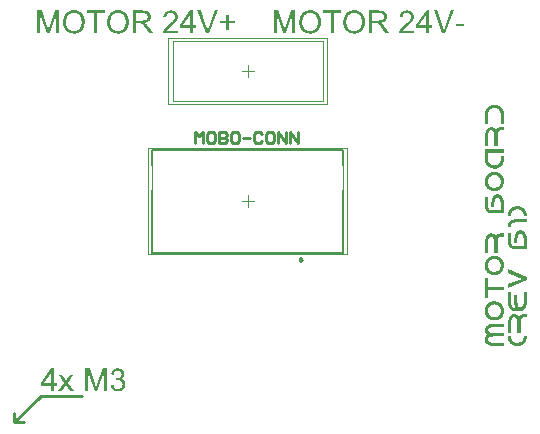
<source format=gto>
G04*
G04 #@! TF.GenerationSoftware,Altium Limited,Altium Designer,21.3.2 (30)*
G04*
G04 Layer_Color=65535*
%FSLAX25Y25*%
%MOIN*%
G70*
G04*
G04 #@! TF.SameCoordinates,7D36CCFB-020A-49C9-B8D2-55C5552AF9BD*
G04*
G04*
G04 #@! TF.FilePolarity,Positive*
G04*
G01*
G75*
%ADD10C,0.00984*%
%ADD11C,0.00787*%
%ADD12C,0.01000*%
%ADD13C,0.00394*%
%ADD14C,0.00197*%
G36*
X180820Y130401D02*
X180885D01*
X180975Y130385D01*
X181074Y130376D01*
X181181Y130360D01*
X181295Y130335D01*
X181418Y130311D01*
X181689Y130237D01*
X181828Y130196D01*
X181976Y130139D01*
X182123Y130081D01*
X182271Y130007D01*
X182427Y129934D01*
X182574Y129843D01*
X182722Y129737D01*
X182861Y129630D01*
X183001Y129507D01*
X183132Y129368D01*
X183255Y129220D01*
X183370Y129064D01*
X183476Y128884D01*
X183575Y128695D01*
X183657Y128490D01*
X183731Y128269D01*
X183788Y128031D01*
X183837Y127777D01*
X183862Y127498D01*
X183870Y127211D01*
Y124021D01*
X182804D01*
Y127260D01*
X182796Y127301D01*
Y127351D01*
X182788Y127408D01*
X182771Y127547D01*
X182738Y127703D01*
X182689Y127884D01*
X182624Y128080D01*
X182542Y128277D01*
X182427Y128474D01*
X182288Y128671D01*
X182205Y128761D01*
X182115Y128851D01*
X182017Y128933D01*
X181910Y129007D01*
X181787Y129081D01*
X181664Y129146D01*
X181525Y129204D01*
X181377Y129253D01*
X181221Y129294D01*
X181058Y129319D01*
X180877Y129335D01*
X180680Y129343D01*
X180672D01*
X180656D01*
X180631D01*
X180590D01*
X180541Y129335D01*
X180483Y129327D01*
X180344Y129310D01*
X180188Y129278D01*
X180008Y129228D01*
X179811Y129163D01*
X179614Y129081D01*
X179418Y128966D01*
X179221Y128827D01*
X179130Y128745D01*
X179040Y128654D01*
X178958Y128548D01*
X178884Y128441D01*
X178811Y128326D01*
X178745Y128203D01*
X178688Y128064D01*
X178639Y127916D01*
X178597Y127761D01*
X178573Y127588D01*
X178557Y127408D01*
X178548Y127211D01*
Y124021D01*
X177482D01*
Y127293D01*
X177490Y127351D01*
Y127424D01*
X177507Y127506D01*
X177515Y127605D01*
X177532Y127711D01*
X177556Y127826D01*
X177581Y127949D01*
X177655Y128220D01*
X177696Y128367D01*
X177753Y128515D01*
X177810Y128663D01*
X177884Y128810D01*
X177958Y128958D01*
X178048Y129105D01*
X178155Y129253D01*
X178261Y129401D01*
X178384Y129532D01*
X178524Y129671D01*
X178671Y129794D01*
X178827Y129909D01*
X179007Y130016D01*
X179196Y130114D01*
X179401Y130196D01*
X179622Y130270D01*
X179860Y130327D01*
X180114Y130376D01*
X180393Y130401D01*
X180680Y130409D01*
X180689D01*
X180713D01*
X180762D01*
X180820Y130401D01*
D02*
G37*
G36*
X183870Y121889D02*
X182804D01*
X182796D01*
X182755D01*
X182706Y121873D01*
X182640Y121857D01*
X182558Y121824D01*
X182468Y121775D01*
X182369Y121709D01*
X182271Y121627D01*
X182173Y121512D01*
X182074Y121373D01*
X182025Y121291D01*
X181984Y121201D01*
X181943Y121094D01*
X181902Y120987D01*
X181869Y120873D01*
X181836Y120750D01*
X181804Y120610D01*
X181787Y120463D01*
X181763Y120307D01*
X181746Y120135D01*
X181738Y119954D01*
Y116568D01*
X180672D01*
Y119848D01*
X180664Y119897D01*
Y119954D01*
X180656Y120094D01*
X180639Y120249D01*
X180615Y120430D01*
X180582Y120627D01*
X180541Y120823D01*
X180483Y121020D01*
X180410Y121217D01*
X180328Y121397D01*
X180229Y121553D01*
X180106Y121693D01*
X180033Y121750D01*
X179967Y121799D01*
X179885Y121840D01*
X179803Y121865D01*
X179713Y121881D01*
X179614Y121889D01*
X179606D01*
X179565D01*
X179516Y121873D01*
X179450Y121857D01*
X179368Y121824D01*
X179278Y121775D01*
X179180Y121709D01*
X179081Y121627D01*
X178983Y121512D01*
X178884Y121373D01*
X178835Y121291D01*
X178794Y121201D01*
X178753Y121094D01*
X178712Y120987D01*
X178680Y120873D01*
X178647Y120750D01*
X178614Y120610D01*
X178597Y120463D01*
X178573Y120307D01*
X178557Y120135D01*
X178548Y119954D01*
Y116568D01*
X177482D01*
Y119897D01*
X177490Y119971D01*
X177499Y120053D01*
X177507Y120151D01*
X177515Y120258D01*
X177532Y120372D01*
X177548Y120495D01*
X177597Y120766D01*
X177663Y121061D01*
X177745Y121356D01*
X177859Y121652D01*
X177999Y121947D01*
X178081Y122078D01*
X178171Y122217D01*
X178278Y122340D01*
X178384Y122455D01*
X178499Y122562D01*
X178622Y122660D01*
X178761Y122742D01*
X178909Y122816D01*
X179065Y122873D01*
X179237Y122923D01*
X179418Y122947D01*
X179614Y122955D01*
X179622D01*
X179664D01*
X179713Y122947D01*
X179787D01*
X179877Y122931D01*
X179975Y122914D01*
X180090Y122890D01*
X180213Y122857D01*
X180336Y122816D01*
X180467Y122759D01*
X180606Y122693D01*
X180738Y122619D01*
X180861Y122521D01*
X180984Y122414D01*
X181098Y122291D01*
X181205Y122152D01*
X181213Y122160D01*
X181230Y122185D01*
X181263Y122226D01*
X181304Y122275D01*
X181361Y122340D01*
X181427Y122406D01*
X181509Y122480D01*
X181607Y122554D01*
X181713Y122627D01*
X181828Y122701D01*
X181959Y122767D01*
X182107Y122832D01*
X182263Y122882D01*
X182427Y122923D01*
X182607Y122947D01*
X182804Y122955D01*
X183870D01*
Y121889D01*
D02*
G37*
G36*
Y114436D02*
X178548D01*
Y112213D01*
X178557Y112164D01*
X178565Y112107D01*
X178581Y111976D01*
X178614Y111812D01*
X178663Y111631D01*
X178729Y111443D01*
X178811Y111246D01*
X178926Y111041D01*
X179065Y110852D01*
X179147Y110762D01*
X179237Y110672D01*
X179344Y110590D01*
X179450Y110516D01*
X179565Y110442D01*
X179688Y110377D01*
X179827Y110319D01*
X179975Y110270D01*
X180131Y110229D01*
X180303Y110204D01*
X180483Y110188D01*
X180680Y110180D01*
X180689D01*
X180705D01*
X180729D01*
X180771Y110188D01*
X180820D01*
X180877Y110196D01*
X181008Y110213D01*
X181172Y110245D01*
X181353Y110295D01*
X181541Y110360D01*
X181738Y110442D01*
X181943Y110557D01*
X182132Y110696D01*
X182222Y110778D01*
X182312Y110869D01*
X182394Y110967D01*
X182468Y111074D01*
X182542Y111197D01*
X182607Y111320D01*
X182665Y111459D01*
X182714Y111607D01*
X182755Y111762D01*
X182780Y111926D01*
X182796Y112107D01*
X182804Y112304D01*
Y113370D01*
X183870D01*
Y112222D01*
X183862Y112164D01*
X183854Y112099D01*
X183845Y112008D01*
X183837Y111910D01*
X183821Y111803D01*
X183796Y111689D01*
X183772Y111566D01*
X183698Y111295D01*
X183599Y111008D01*
X183542Y110860D01*
X183468Y110713D01*
X183395Y110557D01*
X183304Y110409D01*
X183206Y110262D01*
X183091Y110122D01*
X182968Y109983D01*
X182837Y109852D01*
X182689Y109729D01*
X182525Y109614D01*
X182345Y109507D01*
X182156Y109409D01*
X181951Y109327D01*
X181730Y109253D01*
X181492Y109196D01*
X181238Y109147D01*
X180967Y109122D01*
X180680Y109114D01*
X180672D01*
X180648D01*
X180598D01*
X180541Y109122D01*
X180467Y109130D01*
X180385Y109138D01*
X180287Y109147D01*
X180180Y109163D01*
X180065Y109188D01*
X179942Y109212D01*
X179672Y109286D01*
X179376Y109384D01*
X179229Y109442D01*
X179081Y109516D01*
X178934Y109589D01*
X178786Y109680D01*
X178639Y109778D01*
X178491Y109893D01*
X178360Y110016D01*
X178220Y110147D01*
X178097Y110295D01*
X177982Y110459D01*
X177876Y110639D01*
X177778Y110828D01*
X177696Y111033D01*
X177622Y111254D01*
X177564Y111492D01*
X177515Y111746D01*
X177490Y112017D01*
X177482Y112304D01*
Y115502D01*
X183870D01*
Y114436D01*
D02*
G37*
G36*
X180820Y108040D02*
X180885D01*
X180975Y108023D01*
X181074Y108015D01*
X181181Y107999D01*
X181295Y107974D01*
X181418Y107949D01*
X181689Y107876D01*
X181828Y107835D01*
X181976Y107777D01*
X182123Y107720D01*
X182271Y107646D01*
X182427Y107572D01*
X182574Y107482D01*
X182722Y107375D01*
X182861Y107269D01*
X183001Y107146D01*
X183132Y107006D01*
X183255Y106859D01*
X183370Y106703D01*
X183476Y106523D01*
X183575Y106334D01*
X183657Y106129D01*
X183731Y105908D01*
X183788Y105670D01*
X183837Y105416D01*
X183862Y105137D01*
X183870Y104850D01*
Y104768D01*
X183862Y104710D01*
X183854Y104645D01*
X183845Y104555D01*
X183837Y104456D01*
X183821Y104350D01*
X183796Y104235D01*
X183772Y104112D01*
X183698Y103841D01*
X183599Y103554D01*
X183542Y103407D01*
X183468Y103259D01*
X183395Y103103D01*
X183304Y102956D01*
X183206Y102808D01*
X183091Y102669D01*
X182968Y102529D01*
X182837Y102398D01*
X182689Y102275D01*
X182525Y102160D01*
X182345Y102054D01*
X182156Y101955D01*
X181951Y101873D01*
X181730Y101799D01*
X181492Y101742D01*
X181238Y101693D01*
X180967Y101668D01*
X180680Y101660D01*
X180672D01*
X180648D01*
X180598D01*
X180541Y101668D01*
X180467Y101676D01*
X180385Y101685D01*
X180287Y101693D01*
X180180Y101709D01*
X180065Y101734D01*
X179942Y101758D01*
X179672Y101832D01*
X179376Y101931D01*
X179229Y101988D01*
X179081Y102062D01*
X178934Y102136D01*
X178786Y102226D01*
X178639Y102324D01*
X178491Y102439D01*
X178360Y102562D01*
X178220Y102693D01*
X178097Y102841D01*
X177982Y103005D01*
X177876Y103185D01*
X177778Y103374D01*
X177696Y103579D01*
X177622Y103800D01*
X177564Y104038D01*
X177515Y104292D01*
X177490Y104563D01*
X177482Y104850D01*
Y104932D01*
X177490Y104989D01*
Y105063D01*
X177507Y105145D01*
X177515Y105243D01*
X177532Y105350D01*
X177556Y105465D01*
X177581Y105588D01*
X177655Y105858D01*
X177696Y106006D01*
X177753Y106154D01*
X177810Y106301D01*
X177884Y106449D01*
X177958Y106596D01*
X178048Y106744D01*
X178155Y106892D01*
X178261Y107039D01*
X178384Y107170D01*
X178524Y107310D01*
X178671Y107433D01*
X178827Y107548D01*
X179007Y107654D01*
X179196Y107753D01*
X179401Y107835D01*
X179622Y107908D01*
X179860Y107966D01*
X180114Y108015D01*
X180393Y108040D01*
X180680Y108048D01*
X180689D01*
X180713D01*
X180762D01*
X180820Y108040D01*
D02*
G37*
G36*
X181828Y100586D02*
X181878D01*
X181935Y100569D01*
X182074Y100545D01*
X182230Y100496D01*
X182411Y100422D01*
X182509Y100381D01*
X182607Y100323D01*
X182706Y100266D01*
X182804Y100192D01*
X182903Y100118D01*
X183001Y100028D01*
X183099Y99922D01*
X183198Y99815D01*
X183288Y99692D01*
X183378Y99553D01*
X183460Y99405D01*
X183534Y99249D01*
X183608Y99069D01*
X183673Y98880D01*
X183731Y98675D01*
X183780Y98454D01*
X183821Y98216D01*
X183845Y97962D01*
X183862Y97683D01*
X183870Y97396D01*
Y94206D01*
X179614D01*
X179606D01*
X179590D01*
X179565D01*
X179524Y94214D01*
X179475Y94223D01*
X179418Y94231D01*
X179278Y94255D01*
X179122Y94305D01*
X178942Y94378D01*
X178745Y94477D01*
X178647Y94534D01*
X178548Y94608D01*
X178450Y94682D01*
X178351Y94772D01*
X178253Y94870D01*
X178155Y94985D01*
X178065Y95108D01*
X177974Y95239D01*
X177892Y95387D01*
X177819Y95551D01*
X177745Y95731D01*
X177679Y95920D01*
X177622Y96125D01*
X177573Y96346D01*
X177532Y96584D01*
X177507Y96838D01*
X177490Y97109D01*
X177482Y97396D01*
Y99528D01*
X178548D01*
Y97257D01*
X178557Y97199D01*
X178565Y97068D01*
X178581Y96904D01*
X178606Y96724D01*
X178639Y96535D01*
X178680Y96338D01*
X178737Y96133D01*
X178811Y95945D01*
X178893Y95764D01*
X178999Y95608D01*
X179122Y95469D01*
X179188Y95412D01*
X179262Y95362D01*
X179344Y95321D01*
X179426Y95297D01*
X179516Y95280D01*
X179614Y95272D01*
X182804D01*
Y97486D01*
X182796Y97535D01*
Y97593D01*
X182788Y97732D01*
X182771Y97888D01*
X182747Y98068D01*
X182714Y98265D01*
X182673Y98462D01*
X182615Y98659D01*
X182542Y98856D01*
X182460Y99036D01*
X182353Y99192D01*
X182230Y99331D01*
X182165Y99389D01*
X182091Y99438D01*
X182009Y99479D01*
X181927Y99503D01*
X181836Y99520D01*
X181738Y99528D01*
X181730D01*
X181689D01*
X181640Y99512D01*
X181574Y99495D01*
X181492Y99462D01*
X181402Y99413D01*
X181304Y99348D01*
X181205Y99266D01*
X181107Y99151D01*
X181008Y99011D01*
X180959Y98929D01*
X180918Y98839D01*
X180877Y98733D01*
X180836Y98626D01*
X180803Y98511D01*
X180771Y98388D01*
X180738Y98249D01*
X180721Y98101D01*
X180697Y97945D01*
X180680Y97773D01*
X180672Y97593D01*
Y96330D01*
X179606D01*
Y97535D01*
X179614Y97609D01*
X179622Y97691D01*
X179631Y97790D01*
X179639Y97896D01*
X179655Y98011D01*
X179672Y98134D01*
X179721Y98405D01*
X179787Y98700D01*
X179868Y98995D01*
X179983Y99290D01*
X180123Y99585D01*
X180205Y99717D01*
X180295Y99856D01*
X180402Y99979D01*
X180508Y100094D01*
X180623Y100200D01*
X180746Y100299D01*
X180885Y100381D01*
X181033Y100455D01*
X181189Y100512D01*
X181361Y100561D01*
X181541Y100586D01*
X181738Y100594D01*
X181746D01*
X181763D01*
X181787D01*
X181828Y100586D01*
D02*
G37*
G36*
X188485Y96601D02*
X188551D01*
X188641Y96584D01*
X188739Y96576D01*
X188846Y96560D01*
X188961Y96535D01*
X189084Y96510D01*
X189354Y96437D01*
X189494Y96396D01*
X189641Y96338D01*
X189789Y96281D01*
X189936Y96207D01*
X190092Y96133D01*
X190240Y96043D01*
X190387Y95936D01*
X190527Y95830D01*
X190666Y95707D01*
X190797Y95567D01*
X190920Y95420D01*
X191035Y95264D01*
X191142Y95084D01*
X191240Y94895D01*
X191322Y94690D01*
X191396Y94469D01*
X191453Y94231D01*
X191503Y93977D01*
X191527Y93698D01*
X191535Y93411D01*
X190469D01*
Y93460D01*
X190461Y93501D01*
Y93550D01*
X190453Y93608D01*
X190437Y93747D01*
X190404Y93903D01*
X190355Y94083D01*
X190289Y94280D01*
X190207Y94477D01*
X190092Y94674D01*
X189953Y94870D01*
X189871Y94961D01*
X189781Y95051D01*
X189682Y95133D01*
X189576Y95207D01*
X189453Y95280D01*
X189330Y95346D01*
X189190Y95403D01*
X189043Y95453D01*
X188887Y95494D01*
X188723Y95518D01*
X188542Y95535D01*
X188346Y95543D01*
X188337D01*
X188321D01*
X188296D01*
X188255D01*
X188206Y95535D01*
X188149Y95526D01*
X188009Y95510D01*
X187854Y95477D01*
X187673Y95428D01*
X187476Y95362D01*
X187280Y95280D01*
X187083Y95166D01*
X186886Y95026D01*
X186796Y94944D01*
X186706Y94854D01*
X186624Y94747D01*
X186550Y94641D01*
X186476Y94526D01*
X186410Y94403D01*
X186353Y94264D01*
X186304Y94116D01*
X186263Y93960D01*
X186238Y93788D01*
X186222Y93608D01*
X186214Y93411D01*
X185148D01*
Y93493D01*
X185156Y93550D01*
Y93624D01*
X185172Y93706D01*
X185180Y93804D01*
X185197Y93911D01*
X185221Y94026D01*
X185246Y94149D01*
X185320Y94419D01*
X185361Y94567D01*
X185418Y94715D01*
X185476Y94862D01*
X185549Y95010D01*
X185623Y95157D01*
X185713Y95305D01*
X185820Y95453D01*
X185927Y95600D01*
X186050Y95731D01*
X186189Y95871D01*
X186337Y95994D01*
X186492Y96109D01*
X186673Y96215D01*
X186861Y96314D01*
X187066Y96396D01*
X187288Y96469D01*
X187526Y96527D01*
X187780Y96576D01*
X188059Y96601D01*
X188346Y96609D01*
X188354D01*
X188378D01*
X188428D01*
X188485Y96601D01*
D02*
G37*
G36*
X191535Y91279D02*
X188346D01*
X188337D01*
X188321D01*
X188296D01*
X188255D01*
X188206D01*
X188149Y91271D01*
X188009Y91262D01*
X187854Y91246D01*
X187673Y91221D01*
X187476Y91189D01*
X187280Y91148D01*
X187083Y91090D01*
X186886Y91016D01*
X186706Y90934D01*
X186550Y90828D01*
X186410Y90705D01*
X186353Y90639D01*
X186304Y90565D01*
X186263Y90483D01*
X186238Y90401D01*
X186222Y90311D01*
X186214Y90213D01*
Y89680D01*
X185148D01*
Y90262D01*
X185156Y90303D01*
Y90352D01*
X185172Y90410D01*
X185197Y90549D01*
X185246Y90705D01*
X185320Y90885D01*
X185361Y90984D01*
X185418Y91082D01*
X185476Y91180D01*
X185549Y91279D01*
X185623Y91377D01*
X185713Y91476D01*
X185820Y91574D01*
X185927Y91672D01*
X186050Y91763D01*
X186189Y91853D01*
X186337Y91935D01*
X186492Y92009D01*
X186673Y92082D01*
X186861Y92148D01*
X187066Y92205D01*
X187288Y92255D01*
X187526Y92296D01*
X187780Y92320D01*
X188059Y92337D01*
X188346Y92345D01*
X191535D01*
Y91279D01*
D02*
G37*
G36*
X183870Y86474D02*
X182804D01*
X182796D01*
X182755D01*
X182706Y86457D01*
X182640Y86441D01*
X182558Y86408D01*
X182468Y86359D01*
X182369Y86293D01*
X182271Y86211D01*
X182173Y86096D01*
X182074Y85957D01*
X182025Y85875D01*
X181984Y85785D01*
X181943Y85678D01*
X181902Y85572D01*
X181869Y85457D01*
X181836Y85334D01*
X181804Y85194D01*
X181787Y85047D01*
X181763Y84891D01*
X181746Y84719D01*
X181738Y84538D01*
Y81152D01*
X180672D01*
Y84432D01*
X180664Y84481D01*
Y84538D01*
X180656Y84678D01*
X180639Y84834D01*
X180615Y85014D01*
X180582Y85211D01*
X180541Y85408D01*
X180483Y85604D01*
X180410Y85801D01*
X180328Y85982D01*
X180229Y86137D01*
X180106Y86277D01*
X180033Y86334D01*
X179967Y86383D01*
X179885Y86424D01*
X179803Y86449D01*
X179713Y86465D01*
X179614Y86474D01*
X179606D01*
X179565D01*
X179516Y86457D01*
X179450Y86441D01*
X179368Y86408D01*
X179278Y86359D01*
X179180Y86293D01*
X179081Y86211D01*
X178983Y86096D01*
X178884Y85957D01*
X178835Y85875D01*
X178794Y85785D01*
X178753Y85678D01*
X178712Y85572D01*
X178680Y85457D01*
X178647Y85334D01*
X178614Y85194D01*
X178597Y85047D01*
X178573Y84891D01*
X178557Y84719D01*
X178548Y84538D01*
Y81152D01*
X177482D01*
Y84481D01*
X177490Y84555D01*
X177499Y84637D01*
X177507Y84735D01*
X177515Y84842D01*
X177532Y84957D01*
X177548Y85080D01*
X177597Y85350D01*
X177663Y85645D01*
X177745Y85941D01*
X177859Y86236D01*
X177999Y86531D01*
X178081Y86662D01*
X178171Y86802D01*
X178278Y86925D01*
X178384Y87039D01*
X178499Y87146D01*
X178622Y87244D01*
X178761Y87326D01*
X178909Y87400D01*
X179065Y87458D01*
X179237Y87507D01*
X179418Y87531D01*
X179614Y87540D01*
X179622D01*
X179664D01*
X179713Y87531D01*
X179787D01*
X179877Y87515D01*
X179975Y87499D01*
X180090Y87474D01*
X180213Y87441D01*
X180336Y87400D01*
X180467Y87343D01*
X180606Y87277D01*
X180738Y87203D01*
X180861Y87105D01*
X180984Y86998D01*
X181098Y86875D01*
X181205Y86736D01*
X181213Y86744D01*
X181230Y86769D01*
X181263Y86810D01*
X181304Y86859D01*
X181361Y86925D01*
X181427Y86990D01*
X181509Y87064D01*
X181607Y87138D01*
X181713Y87212D01*
X181828Y87285D01*
X181959Y87351D01*
X182107Y87417D01*
X182263Y87466D01*
X182427Y87507D01*
X182607Y87531D01*
X182804Y87540D01*
X183870D01*
Y86474D01*
D02*
G37*
G36*
X189494Y88606D02*
X189543D01*
X189600Y88589D01*
X189740Y88565D01*
X189895Y88515D01*
X190076Y88442D01*
X190174Y88401D01*
X190273Y88343D01*
X190371Y88286D01*
X190469Y88212D01*
X190568Y88138D01*
X190666Y88048D01*
X190765Y87941D01*
X190863Y87835D01*
X190953Y87712D01*
X191043Y87572D01*
X191125Y87425D01*
X191199Y87269D01*
X191273Y87089D01*
X191339Y86900D01*
X191396Y86695D01*
X191445Y86474D01*
X191486Y86236D01*
X191511Y85982D01*
X191527Y85703D01*
X191535Y85416D01*
Y82226D01*
X187280D01*
X187271D01*
X187255D01*
X187230D01*
X187189Y82234D01*
X187140Y82242D01*
X187083Y82251D01*
X186943Y82275D01*
X186788Y82324D01*
X186607Y82398D01*
X186410Y82497D01*
X186312Y82554D01*
X186214Y82628D01*
X186115Y82702D01*
X186017Y82792D01*
X185918Y82890D01*
X185820Y83005D01*
X185730Y83128D01*
X185640Y83259D01*
X185558Y83407D01*
X185484Y83571D01*
X185410Y83751D01*
X185344Y83940D01*
X185287Y84145D01*
X185238Y84366D01*
X185197Y84604D01*
X185172Y84858D01*
X185156Y85129D01*
X185148Y85416D01*
Y87548D01*
X186214D01*
Y85276D01*
X186222Y85219D01*
X186230Y85088D01*
X186246Y84924D01*
X186271Y84743D01*
X186304Y84555D01*
X186345Y84358D01*
X186402Y84153D01*
X186476Y83964D01*
X186558Y83784D01*
X186665Y83628D01*
X186788Y83489D01*
X186853Y83431D01*
X186927Y83382D01*
X187009Y83341D01*
X187091Y83317D01*
X187181Y83300D01*
X187280Y83292D01*
X190469D01*
Y85506D01*
X190461Y85555D01*
Y85613D01*
X190453Y85752D01*
X190437Y85908D01*
X190412Y86088D01*
X190379Y86285D01*
X190338Y86482D01*
X190281Y86679D01*
X190207Y86875D01*
X190125Y87056D01*
X190018Y87212D01*
X189895Y87351D01*
X189830Y87408D01*
X189756Y87458D01*
X189674Y87499D01*
X189592Y87523D01*
X189502Y87540D01*
X189403Y87548D01*
X189395D01*
X189354D01*
X189305Y87531D01*
X189239Y87515D01*
X189157Y87482D01*
X189067Y87433D01*
X188969Y87367D01*
X188870Y87285D01*
X188772Y87171D01*
X188674Y87031D01*
X188624Y86949D01*
X188583Y86859D01*
X188542Y86752D01*
X188501Y86646D01*
X188469Y86531D01*
X188436Y86408D01*
X188403Y86269D01*
X188387Y86121D01*
X188362Y85965D01*
X188346Y85793D01*
X188337Y85613D01*
Y84350D01*
X187271D01*
Y85555D01*
X187280Y85629D01*
X187288Y85711D01*
X187296Y85809D01*
X187304Y85916D01*
X187321Y86031D01*
X187337Y86154D01*
X187386Y86424D01*
X187452Y86720D01*
X187534Y87015D01*
X187649Y87310D01*
X187788Y87605D01*
X187870Y87736D01*
X187960Y87876D01*
X188067Y87999D01*
X188173Y88114D01*
X188288Y88220D01*
X188411Y88319D01*
X188551Y88401D01*
X188698Y88474D01*
X188854Y88532D01*
X189026Y88581D01*
X189207Y88606D01*
X189403Y88614D01*
X189412D01*
X189428D01*
X189453D01*
X189494Y88606D01*
D02*
G37*
G36*
X180820Y80078D02*
X180885D01*
X180975Y80061D01*
X181074Y80053D01*
X181181Y80037D01*
X181295Y80012D01*
X181418Y79987D01*
X181689Y79914D01*
X181828Y79873D01*
X181976Y79815D01*
X182123Y79758D01*
X182271Y79684D01*
X182427Y79610D01*
X182574Y79520D01*
X182722Y79413D01*
X182861Y79307D01*
X183001Y79184D01*
X183132Y79044D01*
X183255Y78897D01*
X183370Y78741D01*
X183476Y78561D01*
X183575Y78372D01*
X183657Y78167D01*
X183731Y77946D01*
X183788Y77708D01*
X183837Y77454D01*
X183862Y77175D01*
X183870Y76888D01*
Y76806D01*
X183862Y76748D01*
X183854Y76683D01*
X183845Y76593D01*
X183837Y76494D01*
X183821Y76388D01*
X183796Y76273D01*
X183772Y76150D01*
X183698Y75879D01*
X183599Y75592D01*
X183542Y75445D01*
X183468Y75297D01*
X183395Y75141D01*
X183304Y74994D01*
X183206Y74846D01*
X183091Y74707D01*
X182968Y74567D01*
X182837Y74436D01*
X182689Y74313D01*
X182525Y74198D01*
X182345Y74092D01*
X182156Y73993D01*
X181951Y73911D01*
X181730Y73837D01*
X181492Y73780D01*
X181238Y73731D01*
X180967Y73706D01*
X180680Y73698D01*
X180672D01*
X180648D01*
X180598D01*
X180541Y73706D01*
X180467Y73714D01*
X180385Y73723D01*
X180287Y73731D01*
X180180Y73747D01*
X180065Y73772D01*
X179942Y73796D01*
X179672Y73870D01*
X179376Y73969D01*
X179229Y74026D01*
X179081Y74100D01*
X178934Y74174D01*
X178786Y74264D01*
X178639Y74362D01*
X178491Y74477D01*
X178360Y74600D01*
X178220Y74731D01*
X178097Y74879D01*
X177982Y75043D01*
X177876Y75223D01*
X177778Y75412D01*
X177696Y75617D01*
X177622Y75838D01*
X177564Y76076D01*
X177515Y76330D01*
X177490Y76601D01*
X177482Y76888D01*
Y76970D01*
X177490Y77027D01*
Y77101D01*
X177507Y77183D01*
X177515Y77281D01*
X177532Y77388D01*
X177556Y77503D01*
X177581Y77626D01*
X177655Y77896D01*
X177696Y78044D01*
X177753Y78192D01*
X177810Y78339D01*
X177884Y78487D01*
X177958Y78634D01*
X178048Y78782D01*
X178155Y78930D01*
X178261Y79077D01*
X178384Y79208D01*
X178524Y79348D01*
X178671Y79471D01*
X178827Y79586D01*
X179007Y79692D01*
X179196Y79791D01*
X179401Y79873D01*
X179622Y79946D01*
X179860Y80004D01*
X180114Y80053D01*
X180393Y80078D01*
X180680Y80086D01*
X180689D01*
X180713D01*
X180762D01*
X180820Y80078D01*
D02*
G37*
G36*
X191535Y72894D02*
Y71828D01*
X185148Y69172D01*
Y70516D01*
X189871Y72370D01*
X185148Y74256D01*
Y75559D01*
X191535Y72894D01*
D02*
G37*
G36*
X178548Y69705D02*
X183870D01*
Y68639D01*
X178548D01*
Y65974D01*
X177482D01*
Y72632D01*
X178548D01*
Y69705D01*
D02*
G37*
G36*
X191535Y64826D02*
X191527Y64768D01*
Y64703D01*
X191519Y64612D01*
X191511Y64514D01*
X191503Y64407D01*
X191486Y64293D01*
X191470Y64170D01*
X191421Y63899D01*
X191355Y63612D01*
X191273Y63317D01*
X191158Y63013D01*
X191019Y62726D01*
X190937Y62587D01*
X190847Y62456D01*
X190748Y62333D01*
X190642Y62218D01*
X190519Y62111D01*
X190396Y62013D01*
X190256Y61931D01*
X190109Y61857D01*
X189953Y61800D01*
X189789Y61751D01*
X189608Y61726D01*
X189412Y61718D01*
X187280D01*
X187271D01*
X187255D01*
X187230D01*
X187189Y61726D01*
X187140Y61734D01*
X187083Y61742D01*
X186943Y61767D01*
X186788Y61816D01*
X186607Y61890D01*
X186410Y61988D01*
X186312Y62046D01*
X186214Y62120D01*
X186115Y62193D01*
X186017Y62284D01*
X185918Y62382D01*
X185820Y62497D01*
X185730Y62620D01*
X185640Y62751D01*
X185558Y62899D01*
X185484Y63063D01*
X185410Y63243D01*
X185344Y63432D01*
X185287Y63637D01*
X185238Y63858D01*
X185197Y64096D01*
X185172Y64350D01*
X185156Y64621D01*
X185148Y64908D01*
Y68106D01*
X186214D01*
Y64768D01*
X186222Y64711D01*
X186230Y64580D01*
X186246Y64416D01*
X186271Y64235D01*
X186304Y64047D01*
X186345Y63850D01*
X186402Y63645D01*
X186476Y63456D01*
X186558Y63276D01*
X186665Y63120D01*
X186788Y62981D01*
X186853Y62923D01*
X186927Y62874D01*
X187009Y62833D01*
X187091Y62808D01*
X187181Y62792D01*
X187280Y62784D01*
X187657D01*
X187649Y62792D01*
X187640Y62817D01*
X187624Y62866D01*
X187599Y62923D01*
X187567Y63005D01*
X187534Y63095D01*
X187501Y63210D01*
X187460Y63341D01*
X187427Y63481D01*
X187394Y63645D01*
X187362Y63817D01*
X187329Y64006D01*
X187304Y64211D01*
X187288Y64432D01*
X187271Y64662D01*
Y67040D01*
X188337D01*
Y64768D01*
X188346Y64719D01*
X188354Y64580D01*
X188370Y64424D01*
X188395Y64252D01*
X188419Y64063D01*
X188460Y63866D01*
X188518Y63669D01*
X188583Y63481D01*
X188665Y63300D01*
X188764Y63136D01*
X188879Y62997D01*
X188944Y62940D01*
X189018Y62890D01*
X189092Y62849D01*
X189174Y62817D01*
X189264Y62792D01*
X189354Y62784D01*
X189403D01*
X189412D01*
X189453Y62792D01*
X189502Y62800D01*
X189567Y62817D01*
X189649Y62849D01*
X189740Y62899D01*
X189838Y62964D01*
X189936Y63046D01*
X190035Y63161D01*
X190133Y63300D01*
X190174Y63382D01*
X190223Y63473D01*
X190264Y63571D01*
X190305Y63678D01*
X190338Y63801D01*
X190371Y63924D01*
X190396Y64063D01*
X190420Y64211D01*
X190445Y64366D01*
X190461Y64530D01*
X190469Y64719D01*
Y68106D01*
X191535D01*
Y64826D01*
D02*
G37*
G36*
Y59586D02*
X190469D01*
X190461D01*
X190420D01*
X190371Y59569D01*
X190305Y59553D01*
X190223Y59520D01*
X190133Y59471D01*
X190035Y59405D01*
X189936Y59323D01*
X189838Y59209D01*
X189740Y59069D01*
X189690Y58987D01*
X189649Y58897D01*
X189608Y58790D01*
X189567Y58684D01*
X189535Y58569D01*
X189502Y58446D01*
X189469Y58307D01*
X189453Y58159D01*
X189428Y58003D01*
X189412Y57831D01*
X189403Y57651D01*
Y54264D01*
X188337D01*
Y57544D01*
X188329Y57593D01*
Y57651D01*
X188321Y57790D01*
X188305Y57946D01*
X188280Y58126D01*
X188247Y58323D01*
X188206Y58520D01*
X188149Y58717D01*
X188075Y58913D01*
X187993Y59094D01*
X187895Y59250D01*
X187772Y59389D01*
X187698Y59446D01*
X187632Y59496D01*
X187550Y59537D01*
X187468Y59561D01*
X187378Y59578D01*
X187280Y59586D01*
X187271D01*
X187230D01*
X187181Y59569D01*
X187116Y59553D01*
X187034Y59520D01*
X186943Y59471D01*
X186845Y59405D01*
X186747Y59323D01*
X186648Y59209D01*
X186550Y59069D01*
X186501Y58987D01*
X186460Y58897D01*
X186419Y58790D01*
X186378Y58684D01*
X186345Y58569D01*
X186312Y58446D01*
X186279Y58307D01*
X186263Y58159D01*
X186238Y58003D01*
X186222Y57831D01*
X186214Y57651D01*
Y54264D01*
X185148D01*
Y57593D01*
X185156Y57667D01*
X185164Y57749D01*
X185172Y57847D01*
X185180Y57954D01*
X185197Y58069D01*
X185213Y58192D01*
X185262Y58462D01*
X185328Y58758D01*
X185410Y59053D01*
X185525Y59348D01*
X185664Y59643D01*
X185746Y59774D01*
X185836Y59914D01*
X185943Y60037D01*
X186050Y60152D01*
X186164Y60258D01*
X186287Y60357D01*
X186427Y60439D01*
X186574Y60512D01*
X186730Y60570D01*
X186902Y60619D01*
X187083Y60644D01*
X187280Y60652D01*
X187288D01*
X187329D01*
X187378Y60644D01*
X187452D01*
X187542Y60627D01*
X187640Y60611D01*
X187755Y60586D01*
X187878Y60553D01*
X188001Y60512D01*
X188132Y60455D01*
X188272Y60389D01*
X188403Y60316D01*
X188526Y60217D01*
X188649Y60111D01*
X188764Y59988D01*
X188870Y59848D01*
X188879Y59856D01*
X188895Y59881D01*
X188928Y59922D01*
X188969Y59971D01*
X189026Y60037D01*
X189092Y60102D01*
X189174Y60176D01*
X189272Y60250D01*
X189379Y60324D01*
X189494Y60398D01*
X189625Y60463D01*
X189772Y60529D01*
X189928Y60578D01*
X190092Y60619D01*
X190273Y60644D01*
X190469Y60652D01*
X191535D01*
Y59586D01*
D02*
G37*
G36*
X180820Y64899D02*
X180885D01*
X180975Y64883D01*
X181074Y64875D01*
X181181Y64858D01*
X181295Y64834D01*
X181418Y64809D01*
X181689Y64735D01*
X181828Y64694D01*
X181976Y64637D01*
X182123Y64580D01*
X182271Y64506D01*
X182427Y64432D01*
X182574Y64342D01*
X182722Y64235D01*
X182861Y64129D01*
X183001Y64006D01*
X183132Y63866D01*
X183255Y63719D01*
X183370Y63563D01*
X183476Y63382D01*
X183575Y63194D01*
X183657Y62989D01*
X183731Y62767D01*
X183788Y62530D01*
X183837Y62275D01*
X183862Y61997D01*
X183870Y61710D01*
Y61628D01*
X183862Y61570D01*
X183854Y61505D01*
X183845Y61414D01*
X183837Y61316D01*
X183821Y61209D01*
X183796Y61095D01*
X183772Y60972D01*
X183698Y60701D01*
X183599Y60414D01*
X183542Y60266D01*
X183468Y60119D01*
X183395Y59963D01*
X183304Y59815D01*
X183206Y59668D01*
X183091Y59528D01*
X182968Y59389D01*
X182837Y59258D01*
X182689Y59135D01*
X182525Y59020D01*
X182345Y58913D01*
X182156Y58815D01*
X181951Y58733D01*
X181730Y58659D01*
X181492Y58602D01*
X181238Y58553D01*
X180967Y58528D01*
X180680Y58520D01*
X180672D01*
X180648D01*
X180598D01*
X180541Y58528D01*
X180467Y58536D01*
X180385Y58544D01*
X180287Y58553D01*
X180180Y58569D01*
X180065Y58594D01*
X179942Y58618D01*
X179672Y58692D01*
X179376Y58790D01*
X179229Y58848D01*
X179081Y58922D01*
X178934Y58995D01*
X178786Y59086D01*
X178639Y59184D01*
X178491Y59299D01*
X178360Y59422D01*
X178220Y59553D01*
X178097Y59701D01*
X177982Y59865D01*
X177876Y60045D01*
X177778Y60234D01*
X177696Y60439D01*
X177622Y60660D01*
X177564Y60898D01*
X177515Y61152D01*
X177490Y61423D01*
X177482Y61710D01*
Y61792D01*
X177490Y61849D01*
Y61923D01*
X177507Y62005D01*
X177515Y62103D01*
X177532Y62210D01*
X177556Y62325D01*
X177581Y62448D01*
X177655Y62718D01*
X177696Y62866D01*
X177753Y63013D01*
X177810Y63161D01*
X177884Y63309D01*
X177958Y63456D01*
X178048Y63604D01*
X178155Y63751D01*
X178261Y63899D01*
X178384Y64030D01*
X178524Y64170D01*
X178671Y64293D01*
X178827Y64407D01*
X179007Y64514D01*
X179196Y64612D01*
X179401Y64694D01*
X179622Y64768D01*
X179860Y64826D01*
X180114Y64875D01*
X180393Y64899D01*
X180680Y64908D01*
X180689D01*
X180713D01*
X180762D01*
X180820Y64899D01*
D02*
G37*
G36*
X191535Y53108D02*
X191527Y53050D01*
X191519Y52985D01*
X191511Y52895D01*
X191503Y52796D01*
X191486Y52690D01*
X191462Y52575D01*
X191437Y52452D01*
X191363Y52181D01*
X191265Y51894D01*
X191207Y51747D01*
X191134Y51599D01*
X191060Y51443D01*
X190970Y51296D01*
X190871Y51148D01*
X190756Y51009D01*
X190633Y50869D01*
X190502Y50738D01*
X190355Y50615D01*
X190191Y50500D01*
X190010Y50394D01*
X189822Y50295D01*
X189617Y50213D01*
X189395Y50139D01*
X189157Y50082D01*
X188903Y50033D01*
X188633Y50008D01*
X188346Y50000D01*
X188337D01*
X188313D01*
X188264D01*
X188206Y50008D01*
X188132Y50016D01*
X188050Y50025D01*
X187952Y50033D01*
X187845Y50049D01*
X187731Y50074D01*
X187608Y50098D01*
X187337Y50172D01*
X187042Y50271D01*
X186894Y50328D01*
X186747Y50402D01*
X186599Y50476D01*
X186451Y50566D01*
X186304Y50664D01*
X186156Y50779D01*
X186025Y50902D01*
X185886Y51033D01*
X185763Y51181D01*
X185648Y51345D01*
X185541Y51525D01*
X185443Y51714D01*
X185361Y51919D01*
X185287Y52140D01*
X185230Y52378D01*
X185180Y52632D01*
X185156Y52903D01*
X185148Y53190D01*
X186214D01*
Y53100D01*
X186222Y53050D01*
X186230Y52993D01*
X186246Y52862D01*
X186279Y52698D01*
X186328Y52517D01*
X186394Y52329D01*
X186476Y52132D01*
X186591Y51927D01*
X186730Y51738D01*
X186812Y51648D01*
X186902Y51558D01*
X187009Y51476D01*
X187116Y51402D01*
X187230Y51328D01*
X187353Y51263D01*
X187493Y51205D01*
X187640Y51156D01*
X187796Y51115D01*
X187968Y51091D01*
X188149Y51074D01*
X188346Y51066D01*
X188354D01*
X188370D01*
X188395D01*
X188436Y51074D01*
X188485D01*
X188542Y51082D01*
X188674Y51099D01*
X188838Y51132D01*
X189018Y51181D01*
X189207Y51246D01*
X189403Y51328D01*
X189608Y51443D01*
X189797Y51583D01*
X189887Y51665D01*
X189977Y51755D01*
X190059Y51853D01*
X190133Y51960D01*
X190207Y52083D01*
X190273Y52206D01*
X190330Y52345D01*
X190379Y52493D01*
X190420Y52649D01*
X190445Y52813D01*
X190461Y52993D01*
X190469Y53190D01*
X191535D01*
Y53108D01*
D02*
G37*
G36*
X183870Y56396D02*
X180680D01*
X180672D01*
X180656D01*
X180631D01*
X180590D01*
X180541D01*
X180483Y56388D01*
X180344Y56380D01*
X180188Y56363D01*
X180008Y56339D01*
X179811Y56306D01*
X179614Y56265D01*
X179418Y56207D01*
X179221Y56134D01*
X179040Y56052D01*
X178884Y55945D01*
X178745Y55822D01*
X178688Y55756D01*
X178639Y55683D01*
X178597Y55601D01*
X178573Y55519D01*
X178557Y55428D01*
X178548Y55330D01*
Y55281D01*
X178565Y55232D01*
X178581Y55166D01*
X178614Y55084D01*
X178663Y54994D01*
X178729Y54895D01*
X178811Y54797D01*
X178926Y54699D01*
X179065Y54600D01*
X179147Y54559D01*
X179237Y54510D01*
X179344Y54469D01*
X179450Y54428D01*
X179565Y54395D01*
X179688Y54362D01*
X179827Y54338D01*
X179975Y54313D01*
X180131Y54289D01*
X180303Y54272D01*
X180483Y54264D01*
X180680D01*
X183870D01*
Y53198D01*
X180680D01*
X180582D01*
X180574D01*
X180557D01*
X180533D01*
X180492D01*
X180451Y53190D01*
X180393D01*
X180262Y53173D01*
X180106Y53157D01*
X179934Y53132D01*
X179754Y53100D01*
X179565Y53050D01*
X179376Y52993D01*
X179188Y52927D01*
X179016Y52837D01*
X178868Y52739D01*
X178737Y52616D01*
X178680Y52550D01*
X178639Y52476D01*
X178597Y52394D01*
X178573Y52312D01*
X178557Y52222D01*
X178548Y52132D01*
Y52083D01*
X178565Y52034D01*
X178581Y51968D01*
X178614Y51886D01*
X178663Y51796D01*
X178729Y51697D01*
X178811Y51599D01*
X178926Y51501D01*
X179065Y51402D01*
X179147Y51361D01*
X179237Y51312D01*
X179344Y51271D01*
X179450Y51230D01*
X179565Y51197D01*
X179688Y51164D01*
X179827Y51140D01*
X179975Y51115D01*
X180131Y51091D01*
X180303Y51074D01*
X180483Y51066D01*
X180680D01*
X183870D01*
Y50000D01*
X180680D01*
X180672D01*
X180648D01*
X180598D01*
X180541Y50008D01*
X180467D01*
X180385Y50016D01*
X180287Y50025D01*
X180180Y50033D01*
X180065Y50049D01*
X179942Y50066D01*
X179672Y50115D01*
X179376Y50180D01*
X179081Y50271D01*
X178786Y50377D01*
X178491Y50525D01*
X178360Y50607D01*
X178220Y50697D01*
X178097Y50795D01*
X177982Y50902D01*
X177876Y51017D01*
X177778Y51140D01*
X177696Y51279D01*
X177622Y51427D01*
X177564Y51591D01*
X177515Y51755D01*
X177490Y51935D01*
X177482Y52132D01*
Y52181D01*
X177490Y52230D01*
Y52304D01*
X177507Y52394D01*
X177523Y52501D01*
X177548Y52608D01*
X177581Y52731D01*
X177622Y52862D01*
X177679Y52993D01*
X177745Y53124D01*
X177819Y53255D01*
X177917Y53387D01*
X178024Y53510D01*
X178147Y53624D01*
X178286Y53731D01*
X178278Y53739D01*
X178253Y53756D01*
X178212Y53788D01*
X178163Y53829D01*
X178097Y53887D01*
X178032Y53952D01*
X177958Y54034D01*
X177884Y54133D01*
X177810Y54239D01*
X177736Y54354D01*
X177671Y54485D01*
X177605Y54633D01*
X177556Y54789D01*
X177515Y54953D01*
X177490Y55133D01*
X177482Y55330D01*
Y55379D01*
X177490Y55420D01*
Y55469D01*
X177507Y55527D01*
X177532Y55666D01*
X177581Y55822D01*
X177655Y56002D01*
X177696Y56101D01*
X177753Y56199D01*
X177810Y56298D01*
X177884Y56396D01*
X177958Y56494D01*
X178048Y56593D01*
X178155Y56691D01*
X178261Y56790D01*
X178384Y56880D01*
X178524Y56970D01*
X178671Y57052D01*
X178827Y57126D01*
X179007Y57200D01*
X179196Y57265D01*
X179401Y57323D01*
X179622Y57372D01*
X179860Y57413D01*
X180114Y57437D01*
X180393Y57454D01*
X180680Y57462D01*
X183870D01*
Y56396D01*
D02*
G37*
G36*
X170587Y156528D02*
X167726D01*
Y157463D01*
X170587D01*
Y156528D01*
D02*
G37*
G36*
X114319Y154257D02*
X113351D01*
Y160596D01*
X111137Y154257D01*
X110235D01*
X108054Y160702D01*
Y154257D01*
X107087D01*
Y161826D01*
X108587D01*
X110383Y156463D01*
Y156455D01*
X110391Y156430D01*
X110408Y156389D01*
X110424Y156340D01*
X110440Y156282D01*
X110465Y156209D01*
X110522Y156044D01*
X110580Y155864D01*
X110637Y155675D01*
X110695Y155503D01*
X110719Y155421D01*
X110744Y155348D01*
Y155356D01*
X110752Y155364D01*
X110760Y155388D01*
X110768Y155421D01*
X110785Y155471D01*
X110801Y155520D01*
X110818Y155585D01*
X110842Y155651D01*
X110867Y155733D01*
X110900Y155823D01*
X110932Y155921D01*
X110965Y156036D01*
X111006Y156151D01*
X111047Y156282D01*
X111096Y156413D01*
X111146Y156561D01*
X112966Y161826D01*
X114319D01*
Y154257D01*
D02*
G37*
G36*
X164355Y154257D02*
X163322D01*
X160387Y161826D01*
X161477D01*
X163445Y156323D01*
Y156315D01*
X163453Y156290D01*
X163470Y156258D01*
X163486Y156209D01*
X163503Y156151D01*
X163527Y156086D01*
X163552Y156012D01*
X163585Y155921D01*
X163642Y155733D01*
X163708Y155528D01*
X163773Y155306D01*
X163839Y155085D01*
Y155093D01*
X163847Y155110D01*
X163855Y155151D01*
X163872Y155192D01*
X163888Y155249D01*
X163904Y155315D01*
X163929Y155388D01*
X163954Y155471D01*
X164011Y155659D01*
X164085Y155872D01*
X164167Y156094D01*
X164249Y156323D01*
X166291Y161826D01*
X167307D01*
X164355Y154257D01*
D02*
G37*
G36*
X158812Y156922D02*
X159837D01*
Y156069D01*
X158812D01*
Y154257D01*
X157886D01*
Y156069D01*
X154589D01*
Y156922D01*
X158050Y161826D01*
X158812D01*
Y156922D01*
D02*
G37*
G36*
X151711Y161842D02*
X151801Y161834D01*
X151908Y161817D01*
X152031Y161801D01*
X152154Y161776D01*
X152293Y161743D01*
X152433Y161703D01*
X152580Y161653D01*
X152720Y161596D01*
X152867Y161522D01*
X153007Y161440D01*
X153138Y161350D01*
X153261Y161243D01*
X153269Y161235D01*
X153285Y161219D01*
X153318Y161178D01*
X153359Y161137D01*
X153408Y161079D01*
X153466Y161005D01*
X153523Y160924D01*
X153581Y160825D01*
X153638Y160727D01*
X153695Y160612D01*
X153753Y160489D01*
X153802Y160358D01*
X153843Y160210D01*
X153876Y160063D01*
X153892Y159907D01*
X153900Y159743D01*
Y159734D01*
Y159726D01*
Y159702D01*
Y159669D01*
X153892Y159579D01*
X153876Y159464D01*
X153851Y159325D01*
X153818Y159177D01*
X153777Y159013D01*
X153712Y158849D01*
Y158841D01*
X153704Y158833D01*
X153695Y158808D01*
X153679Y158775D01*
X153630Y158685D01*
X153564Y158570D01*
X153474Y158431D01*
X153367Y158275D01*
X153244Y158111D01*
X153089Y157931D01*
X153080Y157922D01*
X153072Y157906D01*
X153039Y157881D01*
X153007Y157840D01*
X152957Y157791D01*
X152900Y157734D01*
X152834Y157660D01*
X152752Y157586D01*
X152654Y157496D01*
X152547Y157397D01*
X152433Y157283D01*
X152301Y157168D01*
X152162Y157037D01*
X152006Y156905D01*
X151834Y156758D01*
X151654Y156602D01*
X151645Y156594D01*
X151621Y156569D01*
X151572Y156536D01*
X151522Y156487D01*
X151449Y156430D01*
X151375Y156364D01*
X151203Y156217D01*
X151022Y156061D01*
X150850Y155897D01*
X150768Y155823D01*
X150694Y155757D01*
X150629Y155692D01*
X150579Y155643D01*
X150571Y155634D01*
X150538Y155602D01*
X150497Y155552D01*
X150440Y155487D01*
X150374Y155413D01*
X150309Y155331D01*
X150178Y155151D01*
X153909D01*
Y154257D01*
X148898D01*
Y154273D01*
Y154314D01*
Y154380D01*
X148907Y154462D01*
X148915Y154560D01*
X148939Y154667D01*
X148964Y154782D01*
X149005Y154896D01*
Y154905D01*
X149013Y154921D01*
X149021Y154946D01*
X149038Y154987D01*
X149062Y155028D01*
X149087Y155085D01*
X149153Y155216D01*
X149235Y155372D01*
X149341Y155544D01*
X149464Y155725D01*
X149612Y155905D01*
X149620Y155913D01*
X149628Y155930D01*
X149653Y155954D01*
X149694Y155995D01*
X149735Y156036D01*
X149792Y156094D01*
X149850Y156159D01*
X149923Y156233D01*
X150005Y156315D01*
X150096Y156397D01*
X150194Y156495D01*
X150309Y156594D01*
X150424Y156701D01*
X150555Y156807D01*
X150686Y156922D01*
X150834Y157045D01*
X150850Y157053D01*
X150891Y157094D01*
X150948Y157143D01*
X151030Y157217D01*
X151129Y157299D01*
X151244Y157397D01*
X151375Y157504D01*
X151506Y157627D01*
X151785Y157881D01*
X152055Y158152D01*
X152187Y158283D01*
X152310Y158414D01*
X152416Y158537D01*
X152506Y158652D01*
X152515Y158660D01*
X152523Y158677D01*
X152547Y158710D01*
X152572Y158750D01*
X152613Y158808D01*
X152646Y158865D01*
X152728Y159013D01*
X152810Y159185D01*
X152884Y159374D01*
X152933Y159571D01*
X152941Y159669D01*
X152949Y159767D01*
Y159775D01*
Y159792D01*
Y159825D01*
X152941Y159857D01*
Y159907D01*
X152925Y159964D01*
X152900Y160087D01*
X152851Y160235D01*
X152777Y160390D01*
X152736Y160473D01*
X152679Y160546D01*
X152621Y160620D01*
X152547Y160694D01*
X152539Y160702D01*
X152531Y160710D01*
X152506Y160727D01*
X152474Y160751D01*
X152433Y160784D01*
X152383Y160817D01*
X152269Y160891D01*
X152113Y160956D01*
X151941Y161022D01*
X151736Y161063D01*
X151621Y161079D01*
X151440D01*
X151391Y161071D01*
X151334D01*
X151268Y161055D01*
X151121Y161030D01*
X150948Y160981D01*
X150768Y160907D01*
X150678Y160858D01*
X150588Y160809D01*
X150506Y160743D01*
X150424Y160669D01*
X150415Y160661D01*
X150407Y160653D01*
X150391Y160628D01*
X150358Y160596D01*
X150333Y160555D01*
X150301Y160505D01*
X150260Y160448D01*
X150227Y160382D01*
X150186Y160309D01*
X150153Y160227D01*
X150087Y160030D01*
X150038Y159817D01*
X150030Y159694D01*
X150022Y159562D01*
X149071Y159661D01*
Y159677D01*
X149079Y159710D01*
X149087Y159759D01*
X149095Y159833D01*
X149112Y159923D01*
X149136Y160030D01*
X149161Y160144D01*
X149202Y160267D01*
X149243Y160390D01*
X149292Y160530D01*
X149358Y160661D01*
X149423Y160792D01*
X149505Y160932D01*
X149595Y161055D01*
X149694Y161178D01*
X149809Y161284D01*
X149817Y161293D01*
X149841Y161309D01*
X149874Y161334D01*
X149923Y161374D01*
X149989Y161416D01*
X150071Y161465D01*
X150161Y161514D01*
X150268Y161571D01*
X150383Y161620D01*
X150514Y161670D01*
X150653Y161719D01*
X150809Y161760D01*
X150973Y161801D01*
X151145Y161826D01*
X151334Y161842D01*
X151531Y161850D01*
X151637D01*
X151711Y161842D01*
D02*
G37*
G36*
X142453Y161817D02*
X142543D01*
X142650Y161809D01*
X142773Y161801D01*
X143019Y161776D01*
X143273Y161735D01*
X143519Y161686D01*
X143626Y161653D01*
X143732Y161620D01*
X143741D01*
X143757Y161612D01*
X143782Y161596D01*
X143823Y161580D01*
X143921Y161530D01*
X144036Y161457D01*
X144175Y161358D01*
X144315Y161227D01*
X144454Y161079D01*
X144577Y160899D01*
Y160891D01*
X144593Y160874D01*
X144610Y160850D01*
X144626Y160809D01*
X144651Y160759D01*
X144675Y160702D01*
X144708Y160636D01*
X144741Y160563D01*
X144798Y160390D01*
X144848Y160202D01*
X144880Y159989D01*
X144897Y159759D01*
Y159751D01*
Y159726D01*
Y159677D01*
X144889Y159628D01*
X144880Y159554D01*
X144872Y159472D01*
X144856Y159382D01*
X144831Y159283D01*
X144766Y159070D01*
X144725Y158956D01*
X144675Y158841D01*
X144618Y158726D01*
X144544Y158611D01*
X144462Y158504D01*
X144372Y158398D01*
X144364Y158390D01*
X144347Y158373D01*
X144315Y158349D01*
X144274Y158308D01*
X144216Y158267D01*
X144151Y158218D01*
X144069Y158160D01*
X143970Y158103D01*
X143864Y158045D01*
X143749Y157988D01*
X143618Y157931D01*
X143470Y157873D01*
X143314Y157824D01*
X143142Y157775D01*
X142953Y157734D01*
X142757Y157701D01*
X142765D01*
X142773Y157693D01*
X142822Y157668D01*
X142896Y157627D01*
X142986Y157578D01*
X143085Y157520D01*
X143183Y157463D01*
X143281Y157389D01*
X143363Y157324D01*
X143372Y157316D01*
X143380Y157307D01*
X143404Y157283D01*
X143437Y157250D01*
X143478Y157209D01*
X143527Y157160D01*
X143634Y157045D01*
X143757Y156897D01*
X143896Y156725D01*
X144044Y156528D01*
X144192Y156315D01*
X145504Y154257D01*
X144249D01*
X143249Y155831D01*
X143240Y155840D01*
X143232Y155864D01*
X143208Y155897D01*
X143175Y155946D01*
X143142Y156003D01*
X143093Y156069D01*
X142994Y156217D01*
X142880Y156389D01*
X142765Y156561D01*
X142642Y156725D01*
X142527Y156873D01*
Y156881D01*
X142511Y156889D01*
X142478Y156930D01*
X142429Y156996D01*
X142355Y157070D01*
X142281Y157151D01*
X142191Y157234D01*
X142101Y157316D01*
X142019Y157373D01*
X142010Y157381D01*
X141978Y157397D01*
X141937Y157422D01*
X141879Y157455D01*
X141805Y157488D01*
X141732Y157520D01*
X141650Y157553D01*
X141559Y157578D01*
X141551D01*
X141527Y157586D01*
X141486Y157594D01*
X141428Y157603D01*
X141346D01*
X141248Y157611D01*
X141133Y157619D01*
X139846D01*
Y154257D01*
X138845D01*
Y161826D01*
X142363D01*
X142453Y161817D01*
D02*
G37*
G36*
X129571Y160932D02*
X127078D01*
Y154257D01*
X126078D01*
Y160932D01*
X123585D01*
Y161826D01*
X129571D01*
Y160932D01*
D02*
G37*
G36*
X134097Y161949D02*
X134196Y161940D01*
X134302Y161932D01*
X134417Y161916D01*
X134548Y161891D01*
X134696Y161866D01*
X134844Y161834D01*
X134999Y161793D01*
X135163Y161743D01*
X135327Y161686D01*
X135491Y161620D01*
X135647Y161547D01*
X135811Y161457D01*
X135819Y161448D01*
X135852Y161432D01*
X135893Y161407D01*
X135951Y161366D01*
X136024Y161317D01*
X136098Y161251D01*
X136188Y161178D01*
X136287Y161096D01*
X136393Y160997D01*
X136500Y160891D01*
X136607Y160776D01*
X136713Y160653D01*
X136812Y160522D01*
X136918Y160374D01*
X137008Y160218D01*
X137099Y160054D01*
X137107Y160046D01*
X137115Y160013D01*
X137140Y159964D01*
X137164Y159898D01*
X137205Y159817D01*
X137238Y159710D01*
X137279Y159595D01*
X137320Y159464D01*
X137361Y159325D01*
X137402Y159169D01*
X137443Y158996D01*
X137476Y158824D01*
X137500Y158636D01*
X137525Y158439D01*
X137533Y158242D01*
X137541Y158029D01*
Y158012D01*
Y157980D01*
Y157914D01*
X137533Y157832D01*
X137525Y157734D01*
X137517Y157619D01*
X137500Y157488D01*
X137484Y157340D01*
X137459Y157184D01*
X137427Y157020D01*
X137394Y156848D01*
X137345Y156676D01*
X137287Y156495D01*
X137230Y156323D01*
X137156Y156143D01*
X137074Y155971D01*
X137066Y155963D01*
X137049Y155930D01*
X137025Y155880D01*
X136992Y155823D01*
X136943Y155749D01*
X136885Y155659D01*
X136812Y155561D01*
X136738Y155454D01*
X136648Y155348D01*
X136549Y155233D01*
X136434Y155118D01*
X136320Y155003D01*
X136197Y154896D01*
X136057Y154790D01*
X135910Y154683D01*
X135754Y154593D01*
X135746Y154585D01*
X135713Y154577D01*
X135672Y154552D01*
X135606Y154519D01*
X135524Y154487D01*
X135434Y154446D01*
X135327Y154404D01*
X135204Y154364D01*
X135073Y154323D01*
X134934Y154281D01*
X134778Y154241D01*
X134622Y154208D01*
X134278Y154150D01*
X134097Y154142D01*
X133917Y154134D01*
X133810D01*
X133737Y154142D01*
X133646Y154150D01*
X133532Y154158D01*
X133417Y154175D01*
X133277Y154200D01*
X133138Y154224D01*
X132982Y154257D01*
X132826Y154298D01*
X132662Y154347D01*
X132498Y154404D01*
X132334Y154478D01*
X132170Y154552D01*
X132006Y154642D01*
X131998Y154650D01*
X131974Y154667D01*
X131924Y154700D01*
X131867Y154741D01*
X131801Y154790D01*
X131719Y154856D01*
X131629Y154929D01*
X131531Y155011D01*
X131424Y155110D01*
X131326Y155216D01*
X131219Y155331D01*
X131113Y155454D01*
X131006Y155594D01*
X130908Y155733D01*
X130817Y155889D01*
X130727Y156053D01*
X130719Y156061D01*
X130711Y156094D01*
X130686Y156143D01*
X130662Y156209D01*
X130629Y156290D01*
X130596Y156389D01*
X130555Y156495D01*
X130514Y156627D01*
X130473Y156758D01*
X130432Y156905D01*
X130399Y157061D01*
X130366Y157225D01*
X130317Y157570D01*
X130309Y157758D01*
X130301Y157939D01*
Y157947D01*
Y157963D01*
Y157988D01*
Y158021D01*
X130309Y158070D01*
Y158119D01*
X130317Y158250D01*
X130334Y158406D01*
X130358Y158595D01*
X130383Y158791D01*
X130424Y159013D01*
X130481Y159251D01*
X130547Y159488D01*
X130629Y159734D01*
X130727Y159980D01*
X130842Y160227D01*
X130973Y160456D01*
X131129Y160686D01*
X131309Y160891D01*
X131318Y160899D01*
X131359Y160940D01*
X131416Y160989D01*
X131490Y161055D01*
X131596Y161137D01*
X131711Y161227D01*
X131851Y161325D01*
X132015Y161424D01*
X132195Y161522D01*
X132392Y161620D01*
X132605Y161711D01*
X132843Y161793D01*
X133089Y161858D01*
X133351Y161907D01*
X133630Y161949D01*
X133925Y161957D01*
X134024D01*
X134097Y161949D01*
D02*
G37*
G36*
X119419D02*
X119518Y161940D01*
X119624Y161932D01*
X119739Y161916D01*
X119870Y161891D01*
X120018Y161866D01*
X120166Y161834D01*
X120321Y161793D01*
X120485Y161743D01*
X120649Y161686D01*
X120813Y161620D01*
X120969Y161547D01*
X121133Y161457D01*
X121141Y161448D01*
X121174Y161432D01*
X121215Y161407D01*
X121273Y161366D01*
X121346Y161317D01*
X121420Y161251D01*
X121510Y161178D01*
X121609Y161096D01*
X121715Y160997D01*
X121822Y160891D01*
X121929Y160776D01*
X122035Y160653D01*
X122134Y160522D01*
X122240Y160374D01*
X122330Y160218D01*
X122421Y160054D01*
X122429Y160046D01*
X122437Y160013D01*
X122462Y159964D01*
X122486Y159898D01*
X122527Y159817D01*
X122560Y159710D01*
X122601Y159595D01*
X122642Y159464D01*
X122683Y159325D01*
X122724Y159169D01*
X122765Y158996D01*
X122798Y158824D01*
X122822Y158636D01*
X122847Y158439D01*
X122855Y158242D01*
X122863Y158029D01*
Y158012D01*
Y157980D01*
Y157914D01*
X122855Y157832D01*
X122847Y157734D01*
X122839Y157619D01*
X122822Y157488D01*
X122806Y157340D01*
X122781Y157184D01*
X122749Y157020D01*
X122716Y156848D01*
X122667Y156676D01*
X122609Y156495D01*
X122552Y156323D01*
X122478Y156143D01*
X122396Y155971D01*
X122388Y155963D01*
X122371Y155930D01*
X122347Y155880D01*
X122314Y155823D01*
X122265Y155749D01*
X122207Y155659D01*
X122134Y155561D01*
X122060Y155454D01*
X121970Y155348D01*
X121871Y155233D01*
X121756Y155118D01*
X121642Y155003D01*
X121519Y154896D01*
X121379Y154790D01*
X121232Y154683D01*
X121076Y154593D01*
X121068Y154585D01*
X121035Y154577D01*
X120994Y154552D01*
X120928Y154519D01*
X120846Y154487D01*
X120756Y154446D01*
X120649Y154404D01*
X120526Y154364D01*
X120395Y154323D01*
X120256Y154281D01*
X120100Y154241D01*
X119944Y154208D01*
X119600Y154150D01*
X119419Y154142D01*
X119239Y154134D01*
X119132D01*
X119059Y154142D01*
X118968Y154150D01*
X118854Y154158D01*
X118739Y154175D01*
X118599Y154200D01*
X118460Y154224D01*
X118304Y154257D01*
X118148Y154298D01*
X117984Y154347D01*
X117820Y154404D01*
X117656Y154478D01*
X117492Y154552D01*
X117328Y154642D01*
X117320Y154650D01*
X117296Y154667D01*
X117246Y154700D01*
X117189Y154741D01*
X117123Y154790D01*
X117041Y154856D01*
X116951Y154929D01*
X116853Y155011D01*
X116746Y155110D01*
X116648Y155216D01*
X116541Y155331D01*
X116435Y155454D01*
X116328Y155594D01*
X116230Y155733D01*
X116139Y155889D01*
X116049Y156053D01*
X116041Y156061D01*
X116033Y156094D01*
X116008Y156143D01*
X115984Y156209D01*
X115951Y156290D01*
X115918Y156389D01*
X115877Y156495D01*
X115836Y156627D01*
X115795Y156758D01*
X115754Y156905D01*
X115721Y157061D01*
X115688Y157225D01*
X115639Y157570D01*
X115631Y157758D01*
X115623Y157939D01*
Y157947D01*
Y157963D01*
Y157988D01*
Y158021D01*
X115631Y158070D01*
Y158119D01*
X115639Y158250D01*
X115656Y158406D01*
X115680Y158595D01*
X115705Y158791D01*
X115746Y159013D01*
X115803Y159251D01*
X115869Y159488D01*
X115951Y159734D01*
X116049Y159980D01*
X116164Y160227D01*
X116295Y160456D01*
X116451Y160686D01*
X116631Y160891D01*
X116640Y160899D01*
X116681Y160940D01*
X116738Y160989D01*
X116812Y161055D01*
X116918Y161137D01*
X117033Y161227D01*
X117173Y161325D01*
X117337Y161424D01*
X117517Y161522D01*
X117714Y161620D01*
X117927Y161711D01*
X118165Y161793D01*
X118411Y161858D01*
X118673Y161907D01*
X118952Y161949D01*
X119247Y161957D01*
X119346D01*
X119419Y161949D01*
D02*
G37*
G36*
X55284Y42559D02*
X55341Y42551D01*
X55497Y42534D01*
X55669Y42501D01*
X55866Y42452D01*
X56063Y42386D01*
X56260Y42296D01*
X56268D01*
X56284Y42288D01*
X56309Y42272D01*
X56350Y42247D01*
X56440Y42190D01*
X56555Y42108D01*
X56686Y42001D01*
X56817Y41878D01*
X56948Y41739D01*
X57063Y41575D01*
Y41567D01*
X57071Y41558D01*
X57088Y41526D01*
X57104Y41493D01*
X57129Y41452D01*
X57153Y41403D01*
X57203Y41280D01*
X57252Y41132D01*
X57301Y40968D01*
X57334Y40788D01*
X57342Y40599D01*
Y40591D01*
Y40574D01*
Y40550D01*
Y40517D01*
X57326Y40418D01*
X57309Y40304D01*
X57276Y40164D01*
X57227Y40017D01*
X57162Y39861D01*
X57071Y39705D01*
Y39697D01*
X57063Y39689D01*
X57022Y39639D01*
X56965Y39566D01*
X56875Y39476D01*
X56768Y39369D01*
X56629Y39262D01*
X56473Y39164D01*
X56292Y39066D01*
X56301D01*
X56325Y39057D01*
X56358Y39049D01*
X56407Y39033D01*
X56456Y39016D01*
X56522Y38992D01*
X56678Y38926D01*
X56842Y38836D01*
X57014Y38729D01*
X57186Y38590D01*
X57334Y38418D01*
X57342Y38410D01*
X57350Y38393D01*
X57367Y38368D01*
X57391Y38328D01*
X57424Y38287D01*
X57457Y38229D01*
X57490Y38164D01*
X57522Y38081D01*
X57555Y37999D01*
X57588Y37909D01*
X57654Y37704D01*
X57695Y37466D01*
X57711Y37335D01*
Y37204D01*
Y37196D01*
Y37163D01*
X57703Y37106D01*
Y37040D01*
X57686Y36950D01*
X57670Y36852D01*
X57654Y36745D01*
X57621Y36622D01*
X57580Y36491D01*
X57531Y36360D01*
X57473Y36220D01*
X57399Y36081D01*
X57317Y35933D01*
X57219Y35794D01*
X57112Y35654D01*
X56981Y35523D01*
X56973Y35515D01*
X56948Y35490D01*
X56907Y35458D01*
X56850Y35416D01*
X56784Y35367D01*
X56694Y35310D01*
X56596Y35244D01*
X56481Y35187D01*
X56358Y35121D01*
X56219Y35056D01*
X56071Y34998D01*
X55907Y34949D01*
X55735Y34908D01*
X55554Y34875D01*
X55366Y34851D01*
X55161Y34843D01*
X55120D01*
X55062Y34851D01*
X54997D01*
X54907Y34859D01*
X54808Y34875D01*
X54702Y34892D01*
X54579Y34916D01*
X54447Y34949D01*
X54316Y34990D01*
X54177Y35031D01*
X54037Y35089D01*
X53898Y35162D01*
X53767Y35236D01*
X53627Y35326D01*
X53504Y35433D01*
X53496Y35441D01*
X53480Y35458D01*
X53447Y35490D01*
X53398Y35539D01*
X53349Y35597D01*
X53291Y35671D01*
X53234Y35753D01*
X53168Y35851D01*
X53103Y35950D01*
X53037Y36072D01*
X52971Y36195D01*
X52914Y36335D01*
X52865Y36483D01*
X52816Y36638D01*
X52783Y36802D01*
X52758Y36974D01*
X53685Y37097D01*
Y37089D01*
X53693Y37065D01*
X53701Y37024D01*
X53718Y36966D01*
X53734Y36901D01*
X53750Y36827D01*
X53808Y36655D01*
X53882Y36466D01*
X53972Y36277D01*
X54087Y36105D01*
X54152Y36031D01*
X54218Y35958D01*
X54226D01*
X54234Y35941D01*
X54259Y35925D01*
X54283Y35900D01*
X54365Y35851D01*
X54480Y35785D01*
X54620Y35720D01*
X54775Y35671D01*
X54964Y35630D01*
X55161Y35613D01*
X55226D01*
X55276Y35622D01*
X55325Y35630D01*
X55399Y35638D01*
X55546Y35671D01*
X55727Y35720D01*
X55915Y35802D01*
X56005Y35859D01*
X56096Y35917D01*
X56186Y35982D01*
X56276Y36064D01*
X56284Y36072D01*
X56292Y36089D01*
X56317Y36114D01*
X56350Y36146D01*
X56383Y36187D01*
X56415Y36245D01*
X56456Y36302D01*
X56506Y36376D01*
X56588Y36540D01*
X56653Y36729D01*
X56711Y36950D01*
X56719Y37065D01*
X56727Y37188D01*
Y37196D01*
Y37212D01*
Y37253D01*
X56719Y37294D01*
X56711Y37352D01*
X56702Y37409D01*
X56678Y37557D01*
X56620Y37729D01*
X56547Y37901D01*
X56497Y37991D01*
X56440Y38073D01*
X56374Y38155D01*
X56301Y38237D01*
X56292Y38245D01*
X56284Y38254D01*
X56260Y38278D01*
X56227Y38303D01*
X56186Y38336D01*
X56137Y38368D01*
X56014Y38451D01*
X55858Y38524D01*
X55677Y38590D01*
X55472Y38639D01*
X55358Y38647D01*
X55243Y38655D01*
X55194D01*
X55136Y38647D01*
X55062D01*
X54964Y38631D01*
X54857Y38614D01*
X54726Y38590D01*
X54587Y38557D01*
X54685Y39369D01*
X54702D01*
X54743Y39361D01*
X54792Y39353D01*
X54898D01*
X54939Y39361D01*
X54997D01*
X55054Y39369D01*
X55194Y39393D01*
X55358Y39426D01*
X55538Y39484D01*
X55727Y39557D01*
X55907Y39664D01*
X55915D01*
X55932Y39680D01*
X55948Y39697D01*
X55981Y39722D01*
X56063Y39795D01*
X56153Y39902D01*
X56235Y40033D01*
X56317Y40197D01*
X56350Y40287D01*
X56366Y40394D01*
X56383Y40501D01*
X56391Y40615D01*
Y40624D01*
Y40640D01*
Y40664D01*
X56383Y40705D01*
X56374Y40796D01*
X56350Y40919D01*
X56309Y41050D01*
X56243Y41189D01*
X56153Y41337D01*
X56104Y41403D01*
X56038Y41468D01*
X56022Y41484D01*
X55973Y41517D01*
X55899Y41575D01*
X55800Y41640D01*
X55669Y41698D01*
X55513Y41755D01*
X55341Y41788D01*
X55144Y41804D01*
X55095D01*
X55054Y41796D01*
X55005D01*
X54956Y41788D01*
X54825Y41763D01*
X54685Y41722D01*
X54529Y41657D01*
X54382Y41575D01*
X54234Y41460D01*
X54218Y41443D01*
X54177Y41394D01*
X54111Y41320D01*
X54046Y41206D01*
X53964Y41066D01*
X53890Y40886D01*
X53824Y40681D01*
X53775Y40443D01*
X52848Y40607D01*
Y40615D01*
X52857Y40648D01*
X52865Y40697D01*
X52881Y40763D01*
X52906Y40837D01*
X52930Y40927D01*
X52963Y41025D01*
X53004Y41132D01*
X53111Y41370D01*
X53168Y41484D01*
X53242Y41607D01*
X53324Y41722D01*
X53414Y41837D01*
X53513Y41952D01*
X53619Y42050D01*
X53627Y42059D01*
X53644Y42075D01*
X53685Y42099D01*
X53726Y42132D01*
X53791Y42173D01*
X53857Y42214D01*
X53939Y42263D01*
X54037Y42313D01*
X54136Y42354D01*
X54251Y42403D01*
X54374Y42444D01*
X54505Y42485D01*
X54652Y42518D01*
X54800Y42542D01*
X54956Y42559D01*
X55120Y42567D01*
X55226D01*
X55284Y42559D01*
D02*
G37*
G36*
X38482Y37811D02*
X40475Y34974D01*
X39343D01*
X38211Y36663D01*
X37941Y37081D01*
X36481Y34974D01*
X35350D01*
X37350Y37811D01*
X35497Y40459D01*
X36629D01*
X37498Y39156D01*
X37506Y39139D01*
X37539Y39098D01*
X37580Y39033D01*
X37637Y38943D01*
X37695Y38852D01*
X37760Y38754D01*
X37818Y38647D01*
X37875Y38557D01*
X37883Y38574D01*
X37916Y38614D01*
X37957Y38680D01*
X38015Y38762D01*
X38080Y38852D01*
X38154Y38959D01*
X38302Y39164D01*
X39220Y40459D01*
X40335D01*
X38482Y37811D01*
D02*
G37*
G36*
X51520Y34974D02*
X50552D01*
Y41312D01*
X48338Y34974D01*
X47436D01*
X45255Y41419D01*
Y34974D01*
X44288D01*
Y42542D01*
X45788D01*
X47584Y37179D01*
Y37171D01*
X47592Y37147D01*
X47609Y37106D01*
X47625Y37056D01*
X47641Y36999D01*
X47666Y36925D01*
X47723Y36761D01*
X47781Y36581D01*
X47838Y36392D01*
X47896Y36220D01*
X47920Y36138D01*
X47945Y36064D01*
Y36072D01*
X47953Y36081D01*
X47961Y36105D01*
X47969Y36138D01*
X47986Y36187D01*
X48002Y36237D01*
X48019Y36302D01*
X48043Y36368D01*
X48068Y36450D01*
X48101Y36540D01*
X48133Y36638D01*
X48166Y36753D01*
X48207Y36868D01*
X48248Y36999D01*
X48297Y37130D01*
X48347Y37278D01*
X50167Y42542D01*
X51520D01*
Y34974D01*
D02*
G37*
G36*
X33751Y37639D02*
X34776D01*
Y36786D01*
X33751D01*
Y34974D01*
X32824D01*
Y36786D01*
X29528D01*
Y37639D01*
X32988Y42542D01*
X33751D01*
Y37639D01*
D02*
G37*
G36*
X92184Y158423D02*
X94242D01*
Y157553D01*
X92184D01*
Y155479D01*
X91306D01*
Y157553D01*
X89248D01*
Y158423D01*
X91306D01*
Y160481D01*
X92184D01*
Y158423D01*
D02*
G37*
G36*
X35579Y154257D02*
X34611D01*
Y160596D01*
X32397Y154257D01*
X31495D01*
X29314Y160702D01*
Y154257D01*
X28346D01*
Y161826D01*
X29847D01*
X31643Y156463D01*
Y156455D01*
X31651Y156430D01*
X31668Y156389D01*
X31684Y156340D01*
X31700Y156282D01*
X31725Y156209D01*
X31782Y156044D01*
X31840Y155864D01*
X31897Y155675D01*
X31955Y155503D01*
X31979Y155421D01*
X32004Y155348D01*
Y155356D01*
X32012Y155364D01*
X32020Y155388D01*
X32028Y155421D01*
X32045Y155471D01*
X32061Y155520D01*
X32078Y155585D01*
X32102Y155651D01*
X32127Y155733D01*
X32160Y155823D01*
X32192Y155921D01*
X32225Y156036D01*
X32266Y156151D01*
X32307Y156282D01*
X32356Y156413D01*
X32405Y156561D01*
X34226Y161826D01*
X35579D01*
Y154257D01*
D02*
G37*
G36*
X85615Y154257D02*
X84582D01*
X81647Y161826D01*
X82737D01*
X84705Y156323D01*
Y156315D01*
X84713Y156290D01*
X84730Y156258D01*
X84746Y156209D01*
X84763Y156151D01*
X84787Y156086D01*
X84812Y156012D01*
X84844Y155921D01*
X84902Y155733D01*
X84967Y155528D01*
X85033Y155306D01*
X85099Y155085D01*
Y155093D01*
X85107Y155110D01*
X85115Y155151D01*
X85132Y155192D01*
X85148Y155249D01*
X85164Y155315D01*
X85189Y155388D01*
X85214Y155471D01*
X85271Y155659D01*
X85345Y155872D01*
X85427Y156094D01*
X85509Y156323D01*
X87550Y161826D01*
X88567D01*
X85615Y154257D01*
D02*
G37*
G36*
X80072Y156922D02*
X81097D01*
Y156069D01*
X80072D01*
Y154257D01*
X79145D01*
Y156069D01*
X75849D01*
Y156922D01*
X79309Y161826D01*
X80072D01*
Y156922D01*
D02*
G37*
G36*
X72971Y161842D02*
X73061Y161834D01*
X73168Y161817D01*
X73291Y161801D01*
X73414Y161776D01*
X73553Y161743D01*
X73693Y161703D01*
X73840Y161653D01*
X73980Y161596D01*
X74127Y161522D01*
X74266Y161440D01*
X74398Y161350D01*
X74521Y161243D01*
X74529Y161235D01*
X74545Y161219D01*
X74578Y161178D01*
X74619Y161137D01*
X74668Y161079D01*
X74726Y161005D01*
X74783Y160924D01*
X74840Y160825D01*
X74898Y160727D01*
X74955Y160612D01*
X75013Y160489D01*
X75062Y160358D01*
X75103Y160210D01*
X75136Y160063D01*
X75152Y159907D01*
X75160Y159743D01*
Y159734D01*
Y159726D01*
Y159702D01*
Y159669D01*
X75152Y159579D01*
X75136Y159464D01*
X75111Y159325D01*
X75078Y159177D01*
X75037Y159013D01*
X74972Y158849D01*
Y158841D01*
X74963Y158833D01*
X74955Y158808D01*
X74939Y158775D01*
X74890Y158685D01*
X74824Y158570D01*
X74734Y158431D01*
X74627Y158275D01*
X74504Y158111D01*
X74348Y157931D01*
X74340Y157922D01*
X74332Y157906D01*
X74299Y157881D01*
X74266Y157840D01*
X74217Y157791D01*
X74160Y157734D01*
X74094Y157660D01*
X74012Y157586D01*
X73914Y157496D01*
X73807Y157397D01*
X73693Y157283D01*
X73561Y157168D01*
X73422Y157037D01*
X73266Y156905D01*
X73094Y156758D01*
X72913Y156602D01*
X72905Y156594D01*
X72881Y156569D01*
X72831Y156536D01*
X72782Y156487D01*
X72708Y156430D01*
X72635Y156364D01*
X72462Y156217D01*
X72282Y156061D01*
X72110Y155897D01*
X72028Y155823D01*
X71954Y155757D01*
X71889Y155692D01*
X71839Y155643D01*
X71831Y155634D01*
X71798Y155602D01*
X71757Y155552D01*
X71700Y155487D01*
X71634Y155413D01*
X71569Y155331D01*
X71438Y155151D01*
X75169D01*
Y154257D01*
X70158D01*
Y154273D01*
Y154314D01*
Y154380D01*
X70166Y154462D01*
X70175Y154560D01*
X70199Y154667D01*
X70224Y154782D01*
X70265Y154896D01*
Y154905D01*
X70273Y154921D01*
X70281Y154946D01*
X70298Y154987D01*
X70322Y155028D01*
X70347Y155085D01*
X70412Y155216D01*
X70495Y155372D01*
X70601Y155544D01*
X70724Y155725D01*
X70872Y155905D01*
X70880Y155913D01*
X70888Y155930D01*
X70913Y155954D01*
X70954Y155995D01*
X70995Y156036D01*
X71052Y156094D01*
X71109Y156159D01*
X71183Y156233D01*
X71265Y156315D01*
X71355Y156397D01*
X71454Y156495D01*
X71569Y156594D01*
X71684Y156701D01*
X71815Y156807D01*
X71946Y156922D01*
X72093Y157045D01*
X72110Y157053D01*
X72151Y157094D01*
X72208Y157143D01*
X72290Y157217D01*
X72389Y157299D01*
X72504Y157397D01*
X72635Y157504D01*
X72766Y157627D01*
X73045Y157881D01*
X73315Y158152D01*
X73447Y158283D01*
X73570Y158414D01*
X73676Y158537D01*
X73766Y158652D01*
X73774Y158660D01*
X73783Y158677D01*
X73807Y158710D01*
X73832Y158750D01*
X73873Y158808D01*
X73906Y158865D01*
X73988Y159013D01*
X74070Y159185D01*
X74143Y159374D01*
X74193Y159571D01*
X74201Y159669D01*
X74209Y159767D01*
Y159775D01*
Y159792D01*
Y159825D01*
X74201Y159857D01*
Y159907D01*
X74185Y159964D01*
X74160Y160087D01*
X74111Y160235D01*
X74037Y160390D01*
X73996Y160473D01*
X73939Y160546D01*
X73881Y160620D01*
X73807Y160694D01*
X73799Y160702D01*
X73791Y160710D01*
X73766Y160727D01*
X73734Y160751D01*
X73693Y160784D01*
X73643Y160817D01*
X73528Y160891D01*
X73373Y160956D01*
X73201Y161022D01*
X72996Y161063D01*
X72881Y161079D01*
X72700D01*
X72651Y161071D01*
X72594D01*
X72528Y161055D01*
X72381Y161030D01*
X72208Y160981D01*
X72028Y160907D01*
X71938Y160858D01*
X71847Y160809D01*
X71766Y160743D01*
X71684Y160669D01*
X71675Y160661D01*
X71667Y160653D01*
X71651Y160628D01*
X71618Y160596D01*
X71593Y160555D01*
X71561Y160505D01*
X71520Y160448D01*
X71487Y160382D01*
X71446Y160309D01*
X71413Y160227D01*
X71347Y160030D01*
X71298Y159817D01*
X71290Y159694D01*
X71282Y159562D01*
X70331Y159661D01*
Y159677D01*
X70339Y159710D01*
X70347Y159759D01*
X70355Y159833D01*
X70372Y159923D01*
X70396Y160030D01*
X70421Y160144D01*
X70462Y160267D01*
X70503Y160390D01*
X70552Y160530D01*
X70618Y160661D01*
X70683Y160792D01*
X70765Y160932D01*
X70855Y161055D01*
X70954Y161178D01*
X71069Y161284D01*
X71077Y161293D01*
X71101Y161309D01*
X71134Y161334D01*
X71183Y161374D01*
X71249Y161416D01*
X71331Y161465D01*
X71421Y161514D01*
X71528Y161571D01*
X71643Y161620D01*
X71774Y161670D01*
X71913Y161719D01*
X72069Y161760D01*
X72233Y161801D01*
X72405Y161826D01*
X72594Y161842D01*
X72790Y161850D01*
X72897D01*
X72971Y161842D01*
D02*
G37*
G36*
X63713Y161817D02*
X63803D01*
X63910Y161809D01*
X64033Y161801D01*
X64279Y161776D01*
X64533Y161735D01*
X64779Y161686D01*
X64886Y161653D01*
X64992Y161620D01*
X65000D01*
X65017Y161612D01*
X65042Y161596D01*
X65083Y161580D01*
X65181Y161530D01*
X65296Y161457D01*
X65435Y161358D01*
X65575Y161227D01*
X65714Y161079D01*
X65837Y160899D01*
Y160891D01*
X65853Y160874D01*
X65870Y160850D01*
X65886Y160809D01*
X65911Y160759D01*
X65935Y160702D01*
X65968Y160636D01*
X66001Y160563D01*
X66058Y160390D01*
X66107Y160202D01*
X66140Y159989D01*
X66157Y159759D01*
Y159751D01*
Y159726D01*
Y159677D01*
X66149Y159628D01*
X66140Y159554D01*
X66132Y159472D01*
X66116Y159382D01*
X66091Y159283D01*
X66026Y159070D01*
X65984Y158956D01*
X65935Y158841D01*
X65878Y158726D01*
X65804Y158611D01*
X65722Y158504D01*
X65632Y158398D01*
X65624Y158390D01*
X65607Y158373D01*
X65575Y158349D01*
X65534Y158308D01*
X65476Y158267D01*
X65411Y158218D01*
X65329Y158160D01*
X65230Y158103D01*
X65123Y158045D01*
X65009Y157988D01*
X64877Y157931D01*
X64730Y157873D01*
X64574Y157824D01*
X64402Y157775D01*
X64213Y157734D01*
X64016Y157701D01*
X64025D01*
X64033Y157693D01*
X64082Y157668D01*
X64156Y157627D01*
X64246Y157578D01*
X64345Y157520D01*
X64443Y157463D01*
X64541Y157389D01*
X64623Y157324D01*
X64631Y157316D01*
X64640Y157307D01*
X64664Y157283D01*
X64697Y157250D01*
X64738Y157209D01*
X64787Y157160D01*
X64894Y157045D01*
X65017Y156897D01*
X65156Y156725D01*
X65304Y156528D01*
X65452Y156315D01*
X66764Y154257D01*
X65509D01*
X64508Y155831D01*
X64500Y155840D01*
X64492Y155864D01*
X64468Y155897D01*
X64435Y155946D01*
X64402Y156003D01*
X64353Y156069D01*
X64254Y156217D01*
X64139Y156389D01*
X64025Y156561D01*
X63902Y156725D01*
X63787Y156873D01*
Y156881D01*
X63771Y156889D01*
X63738Y156930D01*
X63688Y156996D01*
X63615Y157070D01*
X63541Y157151D01*
X63451Y157234D01*
X63361Y157316D01*
X63279Y157373D01*
X63270Y157381D01*
X63238Y157397D01*
X63196Y157422D01*
X63139Y157455D01*
X63065Y157488D01*
X62991Y157520D01*
X62910Y157553D01*
X62819Y157578D01*
X62811D01*
X62787Y157586D01*
X62745Y157594D01*
X62688Y157603D01*
X62606D01*
X62508Y157611D01*
X62393Y157619D01*
X61106D01*
Y154257D01*
X60105D01*
Y161826D01*
X63623D01*
X63713Y161817D01*
D02*
G37*
G36*
X50831Y160932D02*
X48338D01*
Y154257D01*
X47338D01*
Y160932D01*
X44845D01*
Y161826D01*
X50831D01*
Y160932D01*
D02*
G37*
G36*
X55357Y161949D02*
X55456Y161940D01*
X55562Y161932D01*
X55677Y161916D01*
X55808Y161891D01*
X55956Y161866D01*
X56103Y161834D01*
X56259Y161793D01*
X56423Y161743D01*
X56587Y161686D01*
X56751Y161620D01*
X56907Y161547D01*
X57071Y161457D01*
X57079Y161448D01*
X57112Y161432D01*
X57153Y161407D01*
X57210Y161366D01*
X57284Y161317D01*
X57358Y161251D01*
X57448Y161178D01*
X57547Y161096D01*
X57653Y160997D01*
X57760Y160891D01*
X57867Y160776D01*
X57973Y160653D01*
X58072Y160522D01*
X58178Y160374D01*
X58268Y160218D01*
X58359Y160054D01*
X58367Y160046D01*
X58375Y160013D01*
X58399Y159964D01*
X58424Y159898D01*
X58465Y159817D01*
X58498Y159710D01*
X58539Y159595D01*
X58580Y159464D01*
X58621Y159325D01*
X58662Y159169D01*
X58703Y158996D01*
X58736Y158824D01*
X58760Y158636D01*
X58785Y158439D01*
X58793Y158242D01*
X58801Y158029D01*
Y158012D01*
Y157980D01*
Y157914D01*
X58793Y157832D01*
X58785Y157734D01*
X58777Y157619D01*
X58760Y157488D01*
X58744Y157340D01*
X58719Y157184D01*
X58687Y157020D01*
X58654Y156848D01*
X58605Y156676D01*
X58547Y156495D01*
X58490Y156323D01*
X58416Y156143D01*
X58334Y155971D01*
X58326Y155963D01*
X58309Y155930D01*
X58285Y155880D01*
X58252Y155823D01*
X58203Y155749D01*
X58145Y155659D01*
X58072Y155561D01*
X57998Y155454D01*
X57907Y155348D01*
X57809Y155233D01*
X57694Y155118D01*
X57579Y155003D01*
X57456Y154896D01*
X57317Y154790D01*
X57170Y154683D01*
X57014Y154593D01*
X57006Y154585D01*
X56973Y154577D01*
X56932Y154552D01*
X56866Y154519D01*
X56784Y154487D01*
X56694Y154446D01*
X56587Y154404D01*
X56464Y154364D01*
X56333Y154323D01*
X56194Y154281D01*
X56038Y154241D01*
X55882Y154208D01*
X55538Y154150D01*
X55357Y154142D01*
X55177Y154134D01*
X55070D01*
X54997Y154142D01*
X54906Y154150D01*
X54791Y154158D01*
X54677Y154175D01*
X54537Y154200D01*
X54398Y154224D01*
X54242Y154257D01*
X54086Y154298D01*
X53922Y154347D01*
X53758Y154404D01*
X53594Y154478D01*
X53430Y154552D01*
X53266Y154642D01*
X53258Y154650D01*
X53233Y154667D01*
X53184Y154700D01*
X53127Y154741D01*
X53061Y154790D01*
X52979Y154856D01*
X52889Y154929D01*
X52791Y155011D01*
X52684Y155110D01*
X52586Y155216D01*
X52479Y155331D01*
X52372Y155454D01*
X52266Y155594D01*
X52167Y155733D01*
X52077Y155889D01*
X51987Y156053D01*
X51979Y156061D01*
X51971Y156094D01*
X51946Y156143D01*
X51921Y156209D01*
X51889Y156290D01*
X51856Y156389D01*
X51815Y156495D01*
X51774Y156627D01*
X51733Y156758D01*
X51692Y156905D01*
X51659Y157061D01*
X51626Y157225D01*
X51577Y157570D01*
X51569Y157758D01*
X51561Y157939D01*
Y157947D01*
Y157963D01*
Y157988D01*
Y158021D01*
X51569Y158070D01*
Y158119D01*
X51577Y158250D01*
X51594Y158406D01*
X51618Y158595D01*
X51643Y158791D01*
X51684Y159013D01*
X51741Y159251D01*
X51807Y159488D01*
X51889Y159734D01*
X51987Y159980D01*
X52102Y160227D01*
X52233Y160456D01*
X52389Y160686D01*
X52569Y160891D01*
X52578Y160899D01*
X52618Y160940D01*
X52676Y160989D01*
X52750Y161055D01*
X52856Y161137D01*
X52971Y161227D01*
X53110Y161325D01*
X53275Y161424D01*
X53455Y161522D01*
X53652Y161620D01*
X53865Y161711D01*
X54103Y161793D01*
X54349Y161858D01*
X54611Y161907D01*
X54890Y161949D01*
X55185Y161957D01*
X55283D01*
X55357Y161949D01*
D02*
G37*
G36*
X40679D02*
X40778Y161940D01*
X40884Y161932D01*
X40999Y161916D01*
X41130Y161891D01*
X41278Y161866D01*
X41425Y161834D01*
X41581Y161793D01*
X41745Y161743D01*
X41909Y161686D01*
X42073Y161620D01*
X42229Y161547D01*
X42393Y161457D01*
X42401Y161448D01*
X42434Y161432D01*
X42475Y161407D01*
X42533Y161366D01*
X42606Y161317D01*
X42680Y161251D01*
X42770Y161178D01*
X42869Y161096D01*
X42975Y160997D01*
X43082Y160891D01*
X43189Y160776D01*
X43295Y160653D01*
X43393Y160522D01*
X43500Y160374D01*
X43590Y160218D01*
X43681Y160054D01*
X43689Y160046D01*
X43697Y160013D01*
X43722Y159964D01*
X43746Y159898D01*
X43787Y159817D01*
X43820Y159710D01*
X43861Y159595D01*
X43902Y159464D01*
X43943Y159325D01*
X43984Y159169D01*
X44025Y158996D01*
X44058Y158824D01*
X44082Y158636D01*
X44107Y158439D01*
X44115Y158242D01*
X44123Y158029D01*
Y158012D01*
Y157980D01*
Y157914D01*
X44115Y157832D01*
X44107Y157734D01*
X44099Y157619D01*
X44082Y157488D01*
X44066Y157340D01*
X44041Y157184D01*
X44008Y157020D01*
X43976Y156848D01*
X43927Y156676D01*
X43869Y156495D01*
X43812Y156323D01*
X43738Y156143D01*
X43656Y155971D01*
X43648Y155963D01*
X43631Y155930D01*
X43607Y155880D01*
X43574Y155823D01*
X43525Y155749D01*
X43467Y155659D01*
X43393Y155561D01*
X43320Y155454D01*
X43229Y155348D01*
X43131Y155233D01*
X43016Y155118D01*
X42902Y155003D01*
X42779Y154896D01*
X42639Y154790D01*
X42491Y154683D01*
X42336Y154593D01*
X42327Y154585D01*
X42295Y154577D01*
X42254Y154552D01*
X42188Y154519D01*
X42106Y154487D01*
X42016Y154446D01*
X41909Y154404D01*
X41786Y154364D01*
X41655Y154323D01*
X41516Y154281D01*
X41360Y154241D01*
X41204Y154208D01*
X40860Y154150D01*
X40679Y154142D01*
X40499Y154134D01*
X40392D01*
X40319Y154142D01*
X40228Y154150D01*
X40113Y154158D01*
X39999Y154175D01*
X39859Y154200D01*
X39720Y154224D01*
X39564Y154257D01*
X39408Y154298D01*
X39244Y154347D01*
X39080Y154404D01*
X38916Y154478D01*
X38752Y154552D01*
X38588Y154642D01*
X38580Y154650D01*
X38555Y154667D01*
X38506Y154700D01*
X38449Y154741D01*
X38383Y154790D01*
X38301Y154856D01*
X38211Y154929D01*
X38113Y155011D01*
X38006Y155110D01*
X37908Y155216D01*
X37801Y155331D01*
X37694Y155454D01*
X37588Y155594D01*
X37490Y155733D01*
X37399Y155889D01*
X37309Y156053D01*
X37301Y156061D01*
X37293Y156094D01*
X37268Y156143D01*
X37244Y156209D01*
X37211Y156290D01*
X37178Y156389D01*
X37137Y156495D01*
X37096Y156627D01*
X37055Y156758D01*
X37014Y156905D01*
X36981Y157061D01*
X36948Y157225D01*
X36899Y157570D01*
X36891Y157758D01*
X36883Y157939D01*
Y157947D01*
Y157963D01*
Y157988D01*
Y158021D01*
X36891Y158070D01*
Y158119D01*
X36899Y158250D01*
X36915Y158406D01*
X36940Y158595D01*
X36965Y158791D01*
X37006Y159013D01*
X37063Y159251D01*
X37129Y159488D01*
X37211Y159734D01*
X37309Y159980D01*
X37424Y160227D01*
X37555Y160456D01*
X37711Y160686D01*
X37891Y160891D01*
X37900Y160899D01*
X37940Y160940D01*
X37998Y160989D01*
X38072Y161055D01*
X38178Y161137D01*
X38293Y161227D01*
X38432Y161325D01*
X38596Y161424D01*
X38777Y161522D01*
X38974Y161620D01*
X39187Y161711D01*
X39425Y161793D01*
X39671Y161858D01*
X39933Y161907D01*
X40212Y161949D01*
X40507Y161957D01*
X40606D01*
X40679Y161949D01*
D02*
G37*
%LPC*%
G36*
X180680Y106982D02*
X180672D01*
X180656D01*
X180631D01*
X180590D01*
X180541Y106974D01*
X180483Y106965D01*
X180344Y106949D01*
X180188Y106916D01*
X180008Y106867D01*
X179811Y106801D01*
X179614Y106719D01*
X179418Y106605D01*
X179221Y106465D01*
X179130Y106383D01*
X179040Y106293D01*
X178958Y106186D01*
X178884Y106080D01*
X178811Y105965D01*
X178745Y105842D01*
X178688Y105703D01*
X178639Y105555D01*
X178597Y105399D01*
X178573Y105227D01*
X178557Y105047D01*
X178548Y104850D01*
Y104760D01*
X178557Y104710D01*
X178565Y104653D01*
X178581Y104522D01*
X178614Y104358D01*
X178663Y104177D01*
X178729Y103989D01*
X178811Y103792D01*
X178926Y103587D01*
X179065Y103398D01*
X179147Y103308D01*
X179237Y103218D01*
X179344Y103136D01*
X179450Y103062D01*
X179565Y102988D01*
X179688Y102923D01*
X179827Y102865D01*
X179975Y102816D01*
X180131Y102775D01*
X180303Y102751D01*
X180483Y102734D01*
X180680Y102726D01*
X180689D01*
X180705D01*
X180729D01*
X180771Y102734D01*
X180820D01*
X180877Y102742D01*
X181008Y102759D01*
X181172Y102792D01*
X181353Y102841D01*
X181541Y102906D01*
X181738Y102988D01*
X181943Y103103D01*
X182132Y103243D01*
X182222Y103325D01*
X182312Y103415D01*
X182394Y103513D01*
X182468Y103620D01*
X182542Y103743D01*
X182607Y103866D01*
X182665Y104005D01*
X182714Y104153D01*
X182755Y104309D01*
X182780Y104473D01*
X182796Y104653D01*
X182804Y104850D01*
Y104899D01*
X182796Y104940D01*
Y104989D01*
X182788Y105047D01*
X182771Y105186D01*
X182738Y105342D01*
X182689Y105522D01*
X182624Y105719D01*
X182542Y105916D01*
X182427Y106113D01*
X182288Y106309D01*
X182205Y106400D01*
X182115Y106490D01*
X182017Y106572D01*
X181910Y106646D01*
X181787Y106719D01*
X181664Y106785D01*
X181525Y106842D01*
X181377Y106892D01*
X181221Y106933D01*
X181058Y106957D01*
X180877Y106974D01*
X180680Y106982D01*
D02*
G37*
G36*
Y79020D02*
X180672D01*
X180656D01*
X180631D01*
X180590D01*
X180541Y79012D01*
X180483Y79003D01*
X180344Y78987D01*
X180188Y78954D01*
X180008Y78905D01*
X179811Y78839D01*
X179614Y78757D01*
X179418Y78643D01*
X179221Y78503D01*
X179130Y78421D01*
X179040Y78331D01*
X178958Y78224D01*
X178884Y78118D01*
X178811Y78003D01*
X178745Y77880D01*
X178688Y77741D01*
X178639Y77593D01*
X178597Y77437D01*
X178573Y77265D01*
X178557Y77085D01*
X178548Y76888D01*
Y76798D01*
X178557Y76748D01*
X178565Y76691D01*
X178581Y76560D01*
X178614Y76396D01*
X178663Y76215D01*
X178729Y76027D01*
X178811Y75830D01*
X178926Y75625D01*
X179065Y75436D01*
X179147Y75346D01*
X179237Y75256D01*
X179344Y75174D01*
X179450Y75100D01*
X179565Y75026D01*
X179688Y74961D01*
X179827Y74903D01*
X179975Y74854D01*
X180131Y74813D01*
X180303Y74789D01*
X180483Y74772D01*
X180680Y74764D01*
X180689D01*
X180705D01*
X180729D01*
X180771Y74772D01*
X180820D01*
X180877Y74780D01*
X181008Y74797D01*
X181172Y74830D01*
X181353Y74879D01*
X181541Y74944D01*
X181738Y75026D01*
X181943Y75141D01*
X182132Y75281D01*
X182222Y75363D01*
X182312Y75453D01*
X182394Y75551D01*
X182468Y75658D01*
X182542Y75781D01*
X182607Y75904D01*
X182665Y76043D01*
X182714Y76191D01*
X182755Y76347D01*
X182780Y76511D01*
X182796Y76691D01*
X182804Y76888D01*
Y76937D01*
X182796Y76978D01*
Y77027D01*
X182788Y77085D01*
X182771Y77224D01*
X182738Y77380D01*
X182689Y77560D01*
X182624Y77757D01*
X182542Y77954D01*
X182427Y78151D01*
X182288Y78347D01*
X182205Y78438D01*
X182115Y78528D01*
X182017Y78610D01*
X181910Y78684D01*
X181787Y78757D01*
X181664Y78823D01*
X181525Y78880D01*
X181377Y78930D01*
X181221Y78971D01*
X181058Y78995D01*
X180877Y79012D01*
X180680Y79020D01*
D02*
G37*
G36*
Y63842D02*
X180672D01*
X180656D01*
X180631D01*
X180590D01*
X180541Y63833D01*
X180483Y63825D01*
X180344Y63809D01*
X180188Y63776D01*
X180008Y63727D01*
X179811Y63661D01*
X179614Y63579D01*
X179418Y63464D01*
X179221Y63325D01*
X179130Y63243D01*
X179040Y63153D01*
X178958Y63046D01*
X178884Y62940D01*
X178811Y62825D01*
X178745Y62702D01*
X178688Y62562D01*
X178639Y62415D01*
X178597Y62259D01*
X178573Y62087D01*
X178557Y61906D01*
X178548Y61710D01*
Y61619D01*
X178557Y61570D01*
X178565Y61513D01*
X178581Y61382D01*
X178614Y61218D01*
X178663Y61037D01*
X178729Y60849D01*
X178811Y60652D01*
X178926Y60447D01*
X179065Y60258D01*
X179147Y60168D01*
X179237Y60078D01*
X179344Y59996D01*
X179450Y59922D01*
X179565Y59848D01*
X179688Y59783D01*
X179827Y59725D01*
X179975Y59676D01*
X180131Y59635D01*
X180303Y59610D01*
X180483Y59594D01*
X180680Y59586D01*
X180689D01*
X180705D01*
X180729D01*
X180771Y59594D01*
X180820D01*
X180877Y59602D01*
X181008Y59619D01*
X181172Y59651D01*
X181353Y59701D01*
X181541Y59766D01*
X181738Y59848D01*
X181943Y59963D01*
X182132Y60102D01*
X182222Y60184D01*
X182312Y60275D01*
X182394Y60373D01*
X182468Y60480D01*
X182542Y60603D01*
X182607Y60726D01*
X182665Y60865D01*
X182714Y61013D01*
X182755Y61168D01*
X182780Y61332D01*
X182796Y61513D01*
X182804Y61710D01*
Y61759D01*
X182796Y61800D01*
Y61849D01*
X182788Y61906D01*
X182771Y62046D01*
X182738Y62202D01*
X182689Y62382D01*
X182624Y62579D01*
X182542Y62776D01*
X182427Y62972D01*
X182288Y63169D01*
X182205Y63259D01*
X182115Y63350D01*
X182017Y63432D01*
X181910Y63505D01*
X181787Y63579D01*
X181664Y63645D01*
X181525Y63702D01*
X181377Y63751D01*
X181221Y63792D01*
X181058Y63817D01*
X180877Y63833D01*
X180680Y63842D01*
D02*
G37*
G36*
X157886Y160333D02*
X155499Y156922D01*
X157886D01*
Y160333D01*
D02*
G37*
G36*
X142396Y160989D02*
X139846D01*
Y158488D01*
X142109D01*
X142166Y158496D01*
X142232D01*
X142388Y158504D01*
X142560Y158521D01*
X142740Y158545D01*
X142912Y158578D01*
X143068Y158627D01*
X143076D01*
X143085Y158636D01*
X143134Y158652D01*
X143199Y158685D01*
X143290Y158734D01*
X143380Y158800D01*
X143478Y158873D01*
X143577Y158972D01*
X143659Y159079D01*
X143667Y159095D01*
X143691Y159136D01*
X143724Y159193D01*
X143765Y159283D01*
X143798Y159382D01*
X143831Y159497D01*
X143855Y159628D01*
X143864Y159759D01*
Y159767D01*
Y159784D01*
Y159808D01*
X143855Y159849D01*
Y159890D01*
X143847Y159948D01*
X143814Y160071D01*
X143765Y160210D01*
X143700Y160358D01*
X143601Y160497D01*
X143536Y160571D01*
X143470Y160636D01*
X143462Y160645D01*
X143454Y160653D01*
X143429Y160669D01*
X143396Y160694D01*
X143355Y160719D01*
X143298Y160751D01*
X143240Y160784D01*
X143167Y160817D01*
X143085Y160850D01*
X142994Y160874D01*
X142896Y160907D01*
X142789Y160932D01*
X142666Y160956D01*
X142535Y160973D01*
X142396Y160989D01*
D02*
G37*
G36*
X134065Y161096D02*
X133876D01*
X133827Y161088D01*
X133745D01*
X133655Y161071D01*
X133548Y161055D01*
X133433Y161030D01*
X133302Y161005D01*
X133163Y160965D01*
X133015Y160915D01*
X132859Y160858D01*
X132712Y160784D01*
X132556Y160702D01*
X132400Y160604D01*
X132244Y160489D01*
X132097Y160358D01*
X132088Y160350D01*
X132064Y160325D01*
X132023Y160276D01*
X131982Y160218D01*
X131916Y160136D01*
X131859Y160038D01*
X131785Y159915D01*
X131719Y159784D01*
X131646Y159620D01*
X131572Y159439D01*
X131514Y159242D01*
X131457Y159021D01*
X131408Y158783D01*
X131367Y158521D01*
X131342Y158234D01*
X131334Y157922D01*
Y157906D01*
Y157865D01*
X131342Y157791D01*
Y157693D01*
X131359Y157578D01*
X131375Y157447D01*
X131391Y157299D01*
X131424Y157143D01*
X131465Y156971D01*
X131514Y156791D01*
X131572Y156618D01*
X131646Y156438D01*
X131728Y156258D01*
X131826Y156086D01*
X131933Y155921D01*
X132064Y155766D01*
X132072Y155757D01*
X132097Y155733D01*
X132138Y155692D01*
X132195Y155643D01*
X132269Y155585D01*
X132359Y155520D01*
X132457Y155446D01*
X132572Y155380D01*
X132695Y155306D01*
X132843Y155233D01*
X132990Y155167D01*
X133154Y155110D01*
X133327Y155061D01*
X133515Y155019D01*
X133704Y154995D01*
X133909Y154987D01*
X133958D01*
X134015Y154995D01*
X134097Y155003D01*
X134196Y155011D01*
X134302Y155028D01*
X134434Y155052D01*
X134565Y155085D01*
X134712Y155126D01*
X134860Y155175D01*
X135016Y155241D01*
X135172Y155323D01*
X135327Y155413D01*
X135483Y155511D01*
X135631Y155634D01*
X135770Y155774D01*
X135778Y155782D01*
X135803Y155815D01*
X135836Y155856D01*
X135885Y155921D01*
X135942Y156003D01*
X136008Y156102D01*
X136074Y156217D01*
X136139Y156356D01*
X136205Y156504D01*
X136279Y156676D01*
X136336Y156856D01*
X136393Y157061D01*
X136443Y157283D01*
X136475Y157512D01*
X136500Y157766D01*
X136508Y158029D01*
Y158037D01*
Y158070D01*
Y158119D01*
X136500Y158185D01*
Y158267D01*
X136492Y158357D01*
X136484Y158464D01*
X136467Y158578D01*
X136434Y158833D01*
X136377Y159103D01*
X136295Y159374D01*
X136188Y159644D01*
Y159652D01*
X136172Y159677D01*
X136156Y159710D01*
X136131Y159759D01*
X136098Y159817D01*
X136057Y159882D01*
X135959Y160038D01*
X135828Y160210D01*
X135672Y160382D01*
X135491Y160555D01*
X135278Y160710D01*
X135270Y160719D01*
X135254Y160727D01*
X135221Y160743D01*
X135172Y160768D01*
X135114Y160801D01*
X135049Y160833D01*
X134975Y160866D01*
X134885Y160907D01*
X134786Y160940D01*
X134688Y160973D01*
X134458Y161038D01*
X134204Y161079D01*
X134065Y161096D01*
D02*
G37*
G36*
X119387D02*
X119198D01*
X119149Y161088D01*
X119067D01*
X118977Y161071D01*
X118870Y161055D01*
X118755Y161030D01*
X118624Y161005D01*
X118485Y160965D01*
X118337Y160915D01*
X118181Y160858D01*
X118034Y160784D01*
X117878Y160702D01*
X117722Y160604D01*
X117566Y160489D01*
X117419Y160358D01*
X117410Y160350D01*
X117386Y160325D01*
X117345Y160276D01*
X117304Y160218D01*
X117238Y160136D01*
X117181Y160038D01*
X117107Y159915D01*
X117041Y159784D01*
X116968Y159620D01*
X116894Y159439D01*
X116836Y159242D01*
X116779Y159021D01*
X116730Y158783D01*
X116689Y158521D01*
X116664Y158234D01*
X116656Y157922D01*
Y157906D01*
Y157865D01*
X116664Y157791D01*
Y157693D01*
X116681Y157578D01*
X116697Y157447D01*
X116713Y157299D01*
X116746Y157143D01*
X116787Y156971D01*
X116836Y156791D01*
X116894Y156618D01*
X116968Y156438D01*
X117050Y156258D01*
X117148Y156086D01*
X117255Y155921D01*
X117386Y155766D01*
X117394Y155757D01*
X117419Y155733D01*
X117460Y155692D01*
X117517Y155643D01*
X117591Y155585D01*
X117681Y155520D01*
X117779Y155446D01*
X117894Y155380D01*
X118017Y155306D01*
X118165Y155233D01*
X118312Y155167D01*
X118476Y155110D01*
X118649Y155061D01*
X118837Y155019D01*
X119026Y154995D01*
X119231Y154987D01*
X119280D01*
X119337Y154995D01*
X119419Y155003D01*
X119518Y155011D01*
X119624Y155028D01*
X119756Y155052D01*
X119887Y155085D01*
X120034Y155126D01*
X120182Y155175D01*
X120338Y155241D01*
X120494Y155323D01*
X120649Y155413D01*
X120805Y155511D01*
X120953Y155634D01*
X121092Y155774D01*
X121100Y155782D01*
X121125Y155815D01*
X121158Y155856D01*
X121207Y155921D01*
X121264Y156003D01*
X121330Y156102D01*
X121396Y156217D01*
X121461Y156356D01*
X121527Y156504D01*
X121601Y156676D01*
X121658Y156856D01*
X121715Y157061D01*
X121765Y157283D01*
X121797Y157512D01*
X121822Y157766D01*
X121830Y158029D01*
Y158037D01*
Y158070D01*
Y158119D01*
X121822Y158185D01*
Y158267D01*
X121814Y158357D01*
X121806Y158464D01*
X121789Y158578D01*
X121756Y158833D01*
X121699Y159103D01*
X121617Y159374D01*
X121510Y159644D01*
Y159652D01*
X121494Y159677D01*
X121478Y159710D01*
X121453Y159759D01*
X121420Y159817D01*
X121379Y159882D01*
X121281Y160038D01*
X121150Y160210D01*
X120994Y160382D01*
X120813Y160555D01*
X120600Y160710D01*
X120592Y160719D01*
X120576Y160727D01*
X120543Y160743D01*
X120494Y160768D01*
X120436Y160801D01*
X120371Y160833D01*
X120297Y160866D01*
X120207Y160907D01*
X120108Y160940D01*
X120010Y160973D01*
X119780Y161038D01*
X119526Y161079D01*
X119387Y161096D01*
D02*
G37*
G36*
X32824Y41050D02*
X30438Y37639D01*
X32824D01*
Y41050D01*
D02*
G37*
G36*
X79145Y160333D02*
X76759Y156922D01*
X79145D01*
Y160333D01*
D02*
G37*
G36*
X63656Y160989D02*
X61106D01*
Y158488D01*
X63369D01*
X63426Y158496D01*
X63492D01*
X63648Y158504D01*
X63820Y158521D01*
X64000Y158545D01*
X64172Y158578D01*
X64328Y158627D01*
X64336D01*
X64345Y158636D01*
X64394Y158652D01*
X64459Y158685D01*
X64549Y158734D01*
X64640Y158800D01*
X64738Y158873D01*
X64837Y158972D01*
X64919Y159079D01*
X64927Y159095D01*
X64951Y159136D01*
X64984Y159193D01*
X65025Y159283D01*
X65058Y159382D01*
X65091Y159497D01*
X65115Y159628D01*
X65123Y159759D01*
Y159767D01*
Y159784D01*
Y159808D01*
X65115Y159849D01*
Y159890D01*
X65107Y159948D01*
X65074Y160071D01*
X65025Y160210D01*
X64960Y160358D01*
X64861Y160497D01*
X64796Y160571D01*
X64730Y160636D01*
X64722Y160645D01*
X64714Y160653D01*
X64689Y160669D01*
X64656Y160694D01*
X64615Y160719D01*
X64558Y160751D01*
X64500Y160784D01*
X64426Y160817D01*
X64345Y160850D01*
X64254Y160874D01*
X64156Y160907D01*
X64049Y160932D01*
X63926Y160956D01*
X63795Y160973D01*
X63656Y160989D01*
D02*
G37*
G36*
X55325Y161096D02*
X55136D01*
X55087Y161088D01*
X55005D01*
X54914Y161071D01*
X54808Y161055D01*
X54693Y161030D01*
X54562Y161005D01*
X54422Y160965D01*
X54275Y160915D01*
X54119Y160858D01*
X53971Y160784D01*
X53816Y160702D01*
X53660Y160604D01*
X53504Y160489D01*
X53356Y160358D01*
X53348Y160350D01*
X53324Y160325D01*
X53283Y160276D01*
X53242Y160218D01*
X53176Y160136D01*
X53119Y160038D01*
X53045Y159915D01*
X52979Y159784D01*
X52905Y159620D01*
X52832Y159439D01*
X52774Y159242D01*
X52717Y159021D01*
X52668Y158783D01*
X52627Y158521D01*
X52602Y158234D01*
X52594Y157922D01*
Y157906D01*
Y157865D01*
X52602Y157791D01*
Y157693D01*
X52618Y157578D01*
X52635Y157447D01*
X52651Y157299D01*
X52684Y157143D01*
X52725Y156971D01*
X52774Y156791D01*
X52832Y156618D01*
X52905Y156438D01*
X52987Y156258D01*
X53086Y156086D01*
X53193Y155921D01*
X53324Y155766D01*
X53332Y155757D01*
X53356Y155733D01*
X53398Y155692D01*
X53455Y155643D01*
X53529Y155585D01*
X53619Y155520D01*
X53717Y155446D01*
X53832Y155380D01*
X53955Y155306D01*
X54103Y155233D01*
X54250Y155167D01*
X54414Y155110D01*
X54586Y155061D01*
X54775Y155019D01*
X54964Y154995D01*
X55169Y154987D01*
X55218D01*
X55275Y154995D01*
X55357Y155003D01*
X55456Y155011D01*
X55562Y155028D01*
X55694Y155052D01*
X55825Y155085D01*
X55972Y155126D01*
X56120Y155175D01*
X56276Y155241D01*
X56432Y155323D01*
X56587Y155413D01*
X56743Y155511D01*
X56891Y155634D01*
X57030Y155774D01*
X57038Y155782D01*
X57063Y155815D01*
X57096Y155856D01*
X57145Y155921D01*
X57202Y156003D01*
X57268Y156102D01*
X57333Y156217D01*
X57399Y156356D01*
X57465Y156504D01*
X57538Y156676D01*
X57596Y156856D01*
X57653Y157061D01*
X57702Y157283D01*
X57735Y157512D01*
X57760Y157766D01*
X57768Y158029D01*
Y158037D01*
Y158070D01*
Y158119D01*
X57760Y158185D01*
Y158267D01*
X57752Y158357D01*
X57744Y158464D01*
X57727Y158578D01*
X57694Y158833D01*
X57637Y159103D01*
X57555Y159374D01*
X57448Y159644D01*
Y159652D01*
X57432Y159677D01*
X57415Y159710D01*
X57391Y159759D01*
X57358Y159817D01*
X57317Y159882D01*
X57219Y160038D01*
X57087Y160210D01*
X56932Y160382D01*
X56751Y160555D01*
X56538Y160710D01*
X56530Y160719D01*
X56514Y160727D01*
X56481Y160743D01*
X56432Y160768D01*
X56374Y160801D01*
X56309Y160833D01*
X56235Y160866D01*
X56144Y160907D01*
X56046Y160940D01*
X55948Y160973D01*
X55718Y161038D01*
X55464Y161079D01*
X55325Y161096D01*
D02*
G37*
G36*
X40646D02*
X40458D01*
X40409Y161088D01*
X40327D01*
X40236Y161071D01*
X40130Y161055D01*
X40015Y161030D01*
X39884Y161005D01*
X39744Y160965D01*
X39597Y160915D01*
X39441Y160858D01*
X39294Y160784D01*
X39138Y160702D01*
X38982Y160604D01*
X38826Y160489D01*
X38679Y160358D01*
X38670Y160350D01*
X38646Y160325D01*
X38605Y160276D01*
X38564Y160218D01*
X38498Y160136D01*
X38441Y160038D01*
X38367Y159915D01*
X38301Y159784D01*
X38227Y159620D01*
X38154Y159439D01*
X38096Y159242D01*
X38039Y159021D01*
X37990Y158783D01*
X37949Y158521D01*
X37924Y158234D01*
X37916Y157922D01*
Y157906D01*
Y157865D01*
X37924Y157791D01*
Y157693D01*
X37940Y157578D01*
X37957Y157447D01*
X37973Y157299D01*
X38006Y157143D01*
X38047Y156971D01*
X38096Y156791D01*
X38154Y156618D01*
X38227Y156438D01*
X38309Y156258D01*
X38408Y156086D01*
X38515Y155921D01*
X38646Y155766D01*
X38654Y155757D01*
X38679Y155733D01*
X38719Y155692D01*
X38777Y155643D01*
X38851Y155585D01*
X38941Y155520D01*
X39039Y155446D01*
X39154Y155380D01*
X39277Y155306D01*
X39425Y155233D01*
X39572Y155167D01*
X39736Y155110D01*
X39908Y155061D01*
X40097Y155019D01*
X40286Y154995D01*
X40491Y154987D01*
X40540D01*
X40597Y154995D01*
X40679Y155003D01*
X40778Y155011D01*
X40884Y155028D01*
X41015Y155052D01*
X41147Y155085D01*
X41294Y155126D01*
X41442Y155175D01*
X41598Y155241D01*
X41754Y155323D01*
X41909Y155413D01*
X42065Y155511D01*
X42213Y155634D01*
X42352Y155774D01*
X42360Y155782D01*
X42385Y155815D01*
X42418Y155856D01*
X42467Y155921D01*
X42524Y156003D01*
X42590Y156102D01*
X42656Y156217D01*
X42721Y156356D01*
X42787Y156504D01*
X42860Y156676D01*
X42918Y156856D01*
X42975Y157061D01*
X43025Y157283D01*
X43057Y157512D01*
X43082Y157766D01*
X43090Y158029D01*
Y158037D01*
Y158070D01*
Y158119D01*
X43082Y158185D01*
Y158267D01*
X43074Y158357D01*
X43066Y158464D01*
X43049Y158578D01*
X43016Y158833D01*
X42959Y159103D01*
X42877Y159374D01*
X42770Y159644D01*
Y159652D01*
X42754Y159677D01*
X42737Y159710D01*
X42713Y159759D01*
X42680Y159817D01*
X42639Y159882D01*
X42541Y160038D01*
X42410Y160210D01*
X42254Y160382D01*
X42073Y160555D01*
X41860Y160710D01*
X41852Y160719D01*
X41835Y160727D01*
X41803Y160743D01*
X41754Y160768D01*
X41696Y160801D01*
X41631Y160833D01*
X41557Y160866D01*
X41467Y160907D01*
X41368Y160940D01*
X41270Y160973D01*
X41040Y161038D01*
X40786Y161079D01*
X40646Y161096D01*
D02*
G37*
%LPD*%
D10*
X116634Y78780D02*
X115896Y79206D01*
Y78353D01*
X116634Y78780D01*
D11*
X130217Y80945D02*
Y102035D01*
X66634Y80945D02*
X130217D01*
X66634D02*
Y102035D01*
Y110330D02*
Y115472D01*
X130217D01*
Y110330D02*
Y115472D01*
D12*
X20669Y24606D02*
X23819D01*
X20669D02*
Y27756D01*
X29528Y33465D02*
X43110D01*
X20669Y24606D02*
X29528Y33465D01*
X80977Y117520D02*
Y121456D01*
X82288Y120144D01*
X83600Y121456D01*
Y117520D01*
X86880Y121456D02*
X85568D01*
X84912Y120800D01*
Y118176D01*
X85568Y117520D01*
X86880D01*
X87536Y118176D01*
Y120800D01*
X86880Y121456D01*
X88848D02*
Y117520D01*
X90816D01*
X91472Y118176D01*
Y118832D01*
X90816Y119488D01*
X88848D01*
X90816D01*
X91472Y120144D01*
Y120800D01*
X90816Y121456D01*
X88848D01*
X94752D02*
X93440D01*
X92784Y120800D01*
Y118176D01*
X93440Y117520D01*
X94752D01*
X95408Y118176D01*
Y120800D01*
X94752Y121456D01*
X96720Y119488D02*
X99343D01*
X103279Y120800D02*
X102623Y121456D01*
X101311D01*
X100655Y120800D01*
Y118176D01*
X101311Y117520D01*
X102623D01*
X103279Y118176D01*
X106559Y121456D02*
X105247D01*
X104591Y120800D01*
Y118176D01*
X105247Y117520D01*
X106559D01*
X107215Y118176D01*
Y120800D01*
X106559Y121456D01*
X108527Y117520D02*
Y121456D01*
X111151Y117520D01*
Y121456D01*
X112463Y117520D02*
Y121456D01*
X115086Y117520D01*
Y121456D01*
D13*
X66634Y80945D02*
X130217D01*
Y115472D01*
X66634D02*
X130217D01*
X66634Y80945D02*
Y115472D01*
X73425Y131732D02*
Y151732D01*
X123425D01*
Y131732D02*
Y151732D01*
X73425Y131732D02*
X123425D01*
X96457Y98425D02*
X100394D01*
X98425Y96457D02*
Y100394D01*
D14*
X65354Y80551D02*
X131496D01*
X65354D02*
Y115866D01*
X131496D01*
Y80551D02*
Y115866D01*
X72047Y130650D02*
X124803D01*
Y152815D01*
X72047D02*
X124803D01*
X72047Y130650D02*
Y152815D01*
X98425Y139764D02*
Y143701D01*
X96457Y141732D02*
X100394D01*
M02*

</source>
